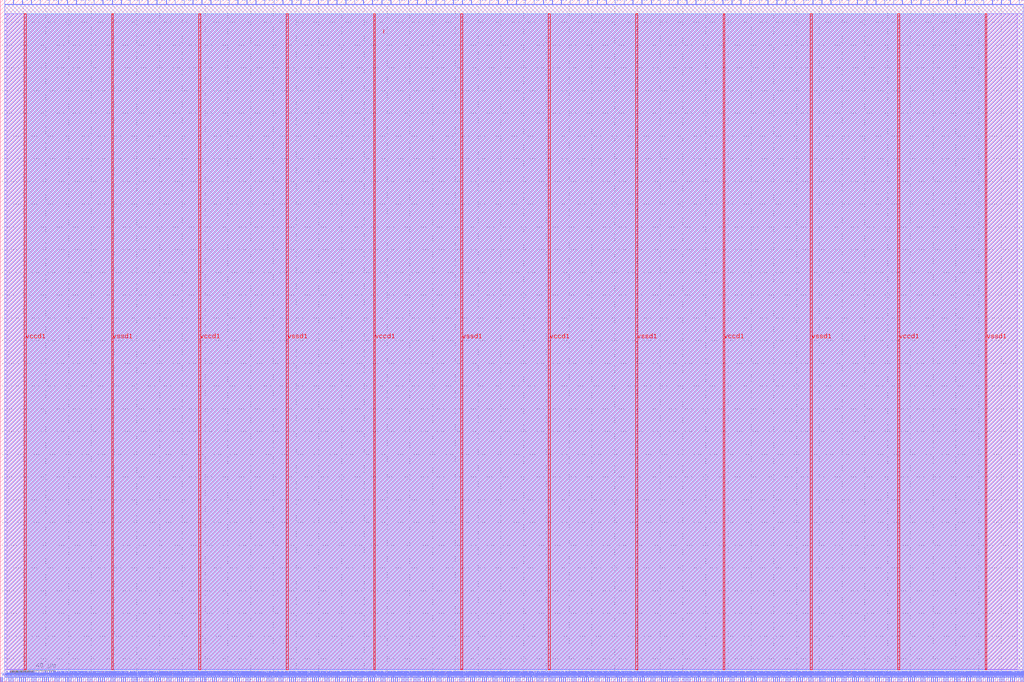
<source format=lef>
VERSION 5.7 ;
  NOWIREEXTENSIONATPIN ON ;
  DIVIDERCHAR "/" ;
  BUSBITCHARS "[]" ;
MACRO user_proj_example
  CLASS BLOCK ;
  FOREIGN user_proj_example ;
  ORIGIN 0.000 0.000 ;
  SIZE 900.000 BY 600.000 ;
  PIN io_in[0]
    DIRECTION INPUT ;
    USE SIGNAL ;
    PORT
      LAYER met2 ;
        RECT 3.770 596.000 4.050 600.000 ;
    END
  END io_in[0]
  PIN io_in[10]
    DIRECTION INPUT ;
    USE SIGNAL ;
    PORT
      LAYER met2 ;
        RECT 240.670 596.000 240.950 600.000 ;
    END
  END io_in[10]
  PIN io_in[11]
    DIRECTION INPUT ;
    USE SIGNAL ;
    PORT
      LAYER met2 ;
        RECT 264.130 596.000 264.410 600.000 ;
    END
  END io_in[11]
  PIN io_in[12]
    DIRECTION INPUT ;
    USE SIGNAL ;
    PORT
      LAYER met2 ;
        RECT 288.050 596.000 288.330 600.000 ;
    END
  END io_in[12]
  PIN io_in[13]
    DIRECTION INPUT ;
    USE SIGNAL ;
    PORT
      LAYER met2 ;
        RECT 311.510 596.000 311.790 600.000 ;
    END
  END io_in[13]
  PIN io_in[14]
    DIRECTION INPUT ;
    USE SIGNAL ;
    PORT
      LAYER met2 ;
        RECT 335.430 596.000 335.710 600.000 ;
    END
  END io_in[14]
  PIN io_in[15]
    DIRECTION INPUT ;
    USE SIGNAL ;
    PORT
      LAYER met2 ;
        RECT 358.890 596.000 359.170 600.000 ;
    END
  END io_in[15]
  PIN io_in[16]
    DIRECTION INPUT ;
    USE SIGNAL ;
    PORT
      LAYER met2 ;
        RECT 382.810 596.000 383.090 600.000 ;
    END
  END io_in[16]
  PIN io_in[17]
    DIRECTION INPUT ;
    USE SIGNAL ;
    PORT
      LAYER met2 ;
        RECT 406.270 596.000 406.550 600.000 ;
    END
  END io_in[17]
  PIN io_in[18]
    DIRECTION INPUT ;
    USE SIGNAL ;
    PORT
      LAYER met2 ;
        RECT 430.190 596.000 430.470 600.000 ;
    END
  END io_in[18]
  PIN io_in[19]
    DIRECTION INPUT ;
    USE SIGNAL ;
    PORT
      LAYER met2 ;
        RECT 453.650 596.000 453.930 600.000 ;
    END
  END io_in[19]
  PIN io_in[1]
    DIRECTION INPUT ;
    USE SIGNAL ;
    PORT
      LAYER met2 ;
        RECT 27.230 596.000 27.510 600.000 ;
    END
  END io_in[1]
  PIN io_in[20]
    DIRECTION INPUT ;
    USE SIGNAL ;
    PORT
      LAYER met2 ;
        RECT 477.570 596.000 477.850 600.000 ;
    END
  END io_in[20]
  PIN io_in[21]
    DIRECTION INPUT ;
    USE SIGNAL ;
    PORT
      LAYER met2 ;
        RECT 501.030 596.000 501.310 600.000 ;
    END
  END io_in[21]
  PIN io_in[22]
    DIRECTION INPUT ;
    USE SIGNAL ;
    PORT
      LAYER met2 ;
        RECT 524.950 596.000 525.230 600.000 ;
    END
  END io_in[22]
  PIN io_in[23]
    DIRECTION INPUT ;
    USE SIGNAL ;
    PORT
      LAYER met2 ;
        RECT 548.410 596.000 548.690 600.000 ;
    END
  END io_in[23]
  PIN io_in[24]
    DIRECTION INPUT ;
    USE SIGNAL ;
    PORT
      LAYER met2 ;
        RECT 572.330 596.000 572.610 600.000 ;
    END
  END io_in[24]
  PIN io_in[25]
    DIRECTION INPUT ;
    USE SIGNAL ;
    PORT
      LAYER met2 ;
        RECT 595.790 596.000 596.070 600.000 ;
    END
  END io_in[25]
  PIN io_in[26]
    DIRECTION INPUT ;
    USE SIGNAL ;
    PORT
      LAYER met2 ;
        RECT 619.710 596.000 619.990 600.000 ;
    END
  END io_in[26]
  PIN io_in[27]
    DIRECTION INPUT ;
    USE SIGNAL ;
    PORT
      LAYER met2 ;
        RECT 643.170 596.000 643.450 600.000 ;
    END
  END io_in[27]
  PIN io_in[28]
    DIRECTION INPUT ;
    USE SIGNAL ;
    PORT
      LAYER met2 ;
        RECT 667.090 596.000 667.370 600.000 ;
    END
  END io_in[28]
  PIN io_in[29]
    DIRECTION INPUT ;
    USE SIGNAL ;
    PORT
      LAYER met2 ;
        RECT 690.550 596.000 690.830 600.000 ;
    END
  END io_in[29]
  PIN io_in[2]
    DIRECTION INPUT ;
    USE SIGNAL ;
    PORT
      LAYER met2 ;
        RECT 51.150 596.000 51.430 600.000 ;
    END
  END io_in[2]
  PIN io_in[30]
    DIRECTION INPUT ;
    USE SIGNAL ;
    PORT
      LAYER met2 ;
        RECT 714.470 596.000 714.750 600.000 ;
    END
  END io_in[30]
  PIN io_in[31]
    DIRECTION INPUT ;
    USE SIGNAL ;
    PORT
      LAYER met2 ;
        RECT 737.930 596.000 738.210 600.000 ;
    END
  END io_in[31]
  PIN io_in[32]
    DIRECTION INPUT ;
    USE SIGNAL ;
    PORT
      LAYER met2 ;
        RECT 761.850 596.000 762.130 600.000 ;
    END
  END io_in[32]
  PIN io_in[33]
    DIRECTION INPUT ;
    USE SIGNAL ;
    PORT
      LAYER met2 ;
        RECT 785.310 596.000 785.590 600.000 ;
    END
  END io_in[33]
  PIN io_in[34]
    DIRECTION INPUT ;
    USE SIGNAL ;
    PORT
      LAYER met2 ;
        RECT 809.230 596.000 809.510 600.000 ;
    END
  END io_in[34]
  PIN io_in[35]
    DIRECTION INPUT ;
    USE SIGNAL ;
    PORT
      LAYER met2 ;
        RECT 832.690 596.000 832.970 600.000 ;
    END
  END io_in[35]
  PIN io_in[36]
    DIRECTION INPUT ;
    USE SIGNAL ;
    PORT
      LAYER met2 ;
        RECT 856.610 596.000 856.890 600.000 ;
    END
  END io_in[36]
  PIN io_in[37]
    DIRECTION INPUT ;
    USE SIGNAL ;
    PORT
      LAYER met2 ;
        RECT 880.070 596.000 880.350 600.000 ;
    END
  END io_in[37]
  PIN io_in[3]
    DIRECTION INPUT ;
    USE SIGNAL ;
    PORT
      LAYER met2 ;
        RECT 74.610 596.000 74.890 600.000 ;
    END
  END io_in[3]
  PIN io_in[4]
    DIRECTION INPUT ;
    USE SIGNAL ;
    PORT
      LAYER met2 ;
        RECT 98.530 596.000 98.810 600.000 ;
    END
  END io_in[4]
  PIN io_in[5]
    DIRECTION INPUT ;
    USE SIGNAL ;
    PORT
      LAYER met2 ;
        RECT 121.990 596.000 122.270 600.000 ;
    END
  END io_in[5]
  PIN io_in[6]
    DIRECTION INPUT ;
    USE SIGNAL ;
    PORT
      LAYER met2 ;
        RECT 145.910 596.000 146.190 600.000 ;
    END
  END io_in[6]
  PIN io_in[7]
    DIRECTION INPUT ;
    USE SIGNAL ;
    PORT
      LAYER met2 ;
        RECT 169.370 596.000 169.650 600.000 ;
    END
  END io_in[7]
  PIN io_in[8]
    DIRECTION INPUT ;
    USE SIGNAL ;
    PORT
      LAYER met2 ;
        RECT 193.290 596.000 193.570 600.000 ;
    END
  END io_in[8]
  PIN io_in[9]
    DIRECTION INPUT ;
    USE SIGNAL ;
    PORT
      LAYER met2 ;
        RECT 216.750 596.000 217.030 600.000 ;
    END
  END io_in[9]
  PIN io_oeb[0]
    DIRECTION OUTPUT TRISTATE ;
    USE SIGNAL ;
    PORT
      LAYER met2 ;
        RECT 11.590 596.000 11.870 600.000 ;
    END
  END io_oeb[0]
  PIN io_oeb[10]
    DIRECTION OUTPUT TRISTATE ;
    USE SIGNAL ;
    PORT
      LAYER met2 ;
        RECT 248.490 596.000 248.770 600.000 ;
    END
  END io_oeb[10]
  PIN io_oeb[11]
    DIRECTION OUTPUT TRISTATE ;
    USE SIGNAL ;
    PORT
      LAYER met2 ;
        RECT 271.950 596.000 272.230 600.000 ;
    END
  END io_oeb[11]
  PIN io_oeb[12]
    DIRECTION OUTPUT TRISTATE ;
    USE SIGNAL ;
    PORT
      LAYER met2 ;
        RECT 295.870 596.000 296.150 600.000 ;
    END
  END io_oeb[12]
  PIN io_oeb[13]
    DIRECTION OUTPUT TRISTATE ;
    USE SIGNAL ;
    PORT
      LAYER met2 ;
        RECT 319.330 596.000 319.610 600.000 ;
    END
  END io_oeb[13]
  PIN io_oeb[14]
    DIRECTION OUTPUT TRISTATE ;
    USE SIGNAL ;
    PORT
      LAYER met2 ;
        RECT 343.250 596.000 343.530 600.000 ;
    END
  END io_oeb[14]
  PIN io_oeb[15]
    DIRECTION OUTPUT TRISTATE ;
    USE SIGNAL ;
    PORT
      LAYER met2 ;
        RECT 366.710 596.000 366.990 600.000 ;
    END
  END io_oeb[15]
  PIN io_oeb[16]
    DIRECTION OUTPUT TRISTATE ;
    USE SIGNAL ;
    PORT
      LAYER met2 ;
        RECT 390.630 596.000 390.910 600.000 ;
    END
  END io_oeb[16]
  PIN io_oeb[17]
    DIRECTION OUTPUT TRISTATE ;
    USE SIGNAL ;
    PORT
      LAYER met2 ;
        RECT 414.090 596.000 414.370 600.000 ;
    END
  END io_oeb[17]
  PIN io_oeb[18]
    DIRECTION OUTPUT TRISTATE ;
    USE SIGNAL ;
    PORT
      LAYER met2 ;
        RECT 438.010 596.000 438.290 600.000 ;
    END
  END io_oeb[18]
  PIN io_oeb[19]
    DIRECTION OUTPUT TRISTATE ;
    USE SIGNAL ;
    PORT
      LAYER met2 ;
        RECT 461.470 596.000 461.750 600.000 ;
    END
  END io_oeb[19]
  PIN io_oeb[1]
    DIRECTION OUTPUT TRISTATE ;
    USE SIGNAL ;
    PORT
      LAYER met2 ;
        RECT 35.050 596.000 35.330 600.000 ;
    END
  END io_oeb[1]
  PIN io_oeb[20]
    DIRECTION OUTPUT TRISTATE ;
    USE SIGNAL ;
    PORT
      LAYER met2 ;
        RECT 485.390 596.000 485.670 600.000 ;
    END
  END io_oeb[20]
  PIN io_oeb[21]
    DIRECTION OUTPUT TRISTATE ;
    USE SIGNAL ;
    PORT
      LAYER met2 ;
        RECT 508.850 596.000 509.130 600.000 ;
    END
  END io_oeb[21]
  PIN io_oeb[22]
    DIRECTION OUTPUT TRISTATE ;
    USE SIGNAL ;
    PORT
      LAYER met2 ;
        RECT 532.770 596.000 533.050 600.000 ;
    END
  END io_oeb[22]
  PIN io_oeb[23]
    DIRECTION OUTPUT TRISTATE ;
    USE SIGNAL ;
    PORT
      LAYER met2 ;
        RECT 556.230 596.000 556.510 600.000 ;
    END
  END io_oeb[23]
  PIN io_oeb[24]
    DIRECTION OUTPUT TRISTATE ;
    USE SIGNAL ;
    PORT
      LAYER met2 ;
        RECT 580.150 596.000 580.430 600.000 ;
    END
  END io_oeb[24]
  PIN io_oeb[25]
    DIRECTION OUTPUT TRISTATE ;
    USE SIGNAL ;
    PORT
      LAYER met2 ;
        RECT 603.610 596.000 603.890 600.000 ;
    END
  END io_oeb[25]
  PIN io_oeb[26]
    DIRECTION OUTPUT TRISTATE ;
    USE SIGNAL ;
    PORT
      LAYER met2 ;
        RECT 627.530 596.000 627.810 600.000 ;
    END
  END io_oeb[26]
  PIN io_oeb[27]
    DIRECTION OUTPUT TRISTATE ;
    USE SIGNAL ;
    PORT
      LAYER met2 ;
        RECT 650.990 596.000 651.270 600.000 ;
    END
  END io_oeb[27]
  PIN io_oeb[28]
    DIRECTION OUTPUT TRISTATE ;
    USE SIGNAL ;
    PORT
      LAYER met2 ;
        RECT 674.910 596.000 675.190 600.000 ;
    END
  END io_oeb[28]
  PIN io_oeb[29]
    DIRECTION OUTPUT TRISTATE ;
    USE SIGNAL ;
    PORT
      LAYER met2 ;
        RECT 698.370 596.000 698.650 600.000 ;
    END
  END io_oeb[29]
  PIN io_oeb[2]
    DIRECTION OUTPUT TRISTATE ;
    USE SIGNAL ;
    PORT
      LAYER met2 ;
        RECT 58.970 596.000 59.250 600.000 ;
    END
  END io_oeb[2]
  PIN io_oeb[30]
    DIRECTION OUTPUT TRISTATE ;
    USE SIGNAL ;
    PORT
      LAYER met2 ;
        RECT 722.290 596.000 722.570 600.000 ;
    END
  END io_oeb[30]
  PIN io_oeb[31]
    DIRECTION OUTPUT TRISTATE ;
    USE SIGNAL ;
    PORT
      LAYER met2 ;
        RECT 745.750 596.000 746.030 600.000 ;
    END
  END io_oeb[31]
  PIN io_oeb[32]
    DIRECTION OUTPUT TRISTATE ;
    USE SIGNAL ;
    PORT
      LAYER met2 ;
        RECT 769.670 596.000 769.950 600.000 ;
    END
  END io_oeb[32]
  PIN io_oeb[33]
    DIRECTION OUTPUT TRISTATE ;
    USE SIGNAL ;
    PORT
      LAYER met2 ;
        RECT 793.130 596.000 793.410 600.000 ;
    END
  END io_oeb[33]
  PIN io_oeb[34]
    DIRECTION OUTPUT TRISTATE ;
    USE SIGNAL ;
    PORT
      LAYER met2 ;
        RECT 817.050 596.000 817.330 600.000 ;
    END
  END io_oeb[34]
  PIN io_oeb[35]
    DIRECTION OUTPUT TRISTATE ;
    USE SIGNAL ;
    PORT
      LAYER met2 ;
        RECT 840.510 596.000 840.790 600.000 ;
    END
  END io_oeb[35]
  PIN io_oeb[36]
    DIRECTION OUTPUT TRISTATE ;
    USE SIGNAL ;
    PORT
      LAYER met2 ;
        RECT 864.430 596.000 864.710 600.000 ;
    END
  END io_oeb[36]
  PIN io_oeb[37]
    DIRECTION OUTPUT TRISTATE ;
    USE SIGNAL ;
    PORT
      LAYER met2 ;
        RECT 887.890 596.000 888.170 600.000 ;
    END
  END io_oeb[37]
  PIN io_oeb[3]
    DIRECTION OUTPUT TRISTATE ;
    USE SIGNAL ;
    PORT
      LAYER met2 ;
        RECT 82.430 596.000 82.710 600.000 ;
    END
  END io_oeb[3]
  PIN io_oeb[4]
    DIRECTION OUTPUT TRISTATE ;
    USE SIGNAL ;
    PORT
      LAYER met2 ;
        RECT 106.350 596.000 106.630 600.000 ;
    END
  END io_oeb[4]
  PIN io_oeb[5]
    DIRECTION OUTPUT TRISTATE ;
    USE SIGNAL ;
    PORT
      LAYER met2 ;
        RECT 129.810 596.000 130.090 600.000 ;
    END
  END io_oeb[5]
  PIN io_oeb[6]
    DIRECTION OUTPUT TRISTATE ;
    USE SIGNAL ;
    PORT
      LAYER met2 ;
        RECT 153.730 596.000 154.010 600.000 ;
    END
  END io_oeb[6]
  PIN io_oeb[7]
    DIRECTION OUTPUT TRISTATE ;
    USE SIGNAL ;
    PORT
      LAYER met2 ;
        RECT 177.190 596.000 177.470 600.000 ;
    END
  END io_oeb[7]
  PIN io_oeb[8]
    DIRECTION OUTPUT TRISTATE ;
    USE SIGNAL ;
    PORT
      LAYER met2 ;
        RECT 201.110 596.000 201.390 600.000 ;
    END
  END io_oeb[8]
  PIN io_oeb[9]
    DIRECTION OUTPUT TRISTATE ;
    USE SIGNAL ;
    PORT
      LAYER met2 ;
        RECT 224.570 596.000 224.850 600.000 ;
    END
  END io_oeb[9]
  PIN io_out[0]
    DIRECTION OUTPUT TRISTATE ;
    USE SIGNAL ;
    PORT
      LAYER met2 ;
        RECT 19.410 596.000 19.690 600.000 ;
    END
  END io_out[0]
  PIN io_out[10]
    DIRECTION OUTPUT TRISTATE ;
    USE SIGNAL ;
    PORT
      LAYER met2 ;
        RECT 256.310 596.000 256.590 600.000 ;
    END
  END io_out[10]
  PIN io_out[11]
    DIRECTION OUTPUT TRISTATE ;
    USE SIGNAL ;
    PORT
      LAYER met2 ;
        RECT 279.770 596.000 280.050 600.000 ;
    END
  END io_out[11]
  PIN io_out[12]
    DIRECTION OUTPUT TRISTATE ;
    USE SIGNAL ;
    PORT
      LAYER met2 ;
        RECT 303.690 596.000 303.970 600.000 ;
    END
  END io_out[12]
  PIN io_out[13]
    DIRECTION OUTPUT TRISTATE ;
    USE SIGNAL ;
    PORT
      LAYER met2 ;
        RECT 327.150 596.000 327.430 600.000 ;
    END
  END io_out[13]
  PIN io_out[14]
    DIRECTION OUTPUT TRISTATE ;
    USE SIGNAL ;
    PORT
      LAYER met2 ;
        RECT 351.070 596.000 351.350 600.000 ;
    END
  END io_out[14]
  PIN io_out[15]
    DIRECTION OUTPUT TRISTATE ;
    USE SIGNAL ;
    PORT
      LAYER met2 ;
        RECT 374.530 596.000 374.810 600.000 ;
    END
  END io_out[15]
  PIN io_out[16]
    DIRECTION OUTPUT TRISTATE ;
    USE SIGNAL ;
    PORT
      LAYER met2 ;
        RECT 398.450 596.000 398.730 600.000 ;
    END
  END io_out[16]
  PIN io_out[17]
    DIRECTION OUTPUT TRISTATE ;
    USE SIGNAL ;
    PORT
      LAYER met2 ;
        RECT 421.910 596.000 422.190 600.000 ;
    END
  END io_out[17]
  PIN io_out[18]
    DIRECTION OUTPUT TRISTATE ;
    USE SIGNAL ;
    PORT
      LAYER met2 ;
        RECT 445.830 596.000 446.110 600.000 ;
    END
  END io_out[18]
  PIN io_out[19]
    DIRECTION OUTPUT TRISTATE ;
    USE SIGNAL ;
    PORT
      LAYER met2 ;
        RECT 469.290 596.000 469.570 600.000 ;
    END
  END io_out[19]
  PIN io_out[1]
    DIRECTION OUTPUT TRISTATE ;
    USE SIGNAL ;
    PORT
      LAYER met2 ;
        RECT 42.870 596.000 43.150 600.000 ;
    END
  END io_out[1]
  PIN io_out[20]
    DIRECTION OUTPUT TRISTATE ;
    USE SIGNAL ;
    PORT
      LAYER met2 ;
        RECT 493.210 596.000 493.490 600.000 ;
    END
  END io_out[20]
  PIN io_out[21]
    DIRECTION OUTPUT TRISTATE ;
    USE SIGNAL ;
    PORT
      LAYER met2 ;
        RECT 516.670 596.000 516.950 600.000 ;
    END
  END io_out[21]
  PIN io_out[22]
    DIRECTION OUTPUT TRISTATE ;
    USE SIGNAL ;
    PORT
      LAYER met2 ;
        RECT 540.590 596.000 540.870 600.000 ;
    END
  END io_out[22]
  PIN io_out[23]
    DIRECTION OUTPUT TRISTATE ;
    USE SIGNAL ;
    PORT
      LAYER met2 ;
        RECT 564.050 596.000 564.330 600.000 ;
    END
  END io_out[23]
  PIN io_out[24]
    DIRECTION OUTPUT TRISTATE ;
    USE SIGNAL ;
    PORT
      LAYER met2 ;
        RECT 587.970 596.000 588.250 600.000 ;
    END
  END io_out[24]
  PIN io_out[25]
    DIRECTION OUTPUT TRISTATE ;
    USE SIGNAL ;
    PORT
      LAYER met2 ;
        RECT 611.430 596.000 611.710 600.000 ;
    END
  END io_out[25]
  PIN io_out[26]
    DIRECTION OUTPUT TRISTATE ;
    USE SIGNAL ;
    PORT
      LAYER met2 ;
        RECT 635.350 596.000 635.630 600.000 ;
    END
  END io_out[26]
  PIN io_out[27]
    DIRECTION OUTPUT TRISTATE ;
    USE SIGNAL ;
    PORT
      LAYER met2 ;
        RECT 658.810 596.000 659.090 600.000 ;
    END
  END io_out[27]
  PIN io_out[28]
    DIRECTION OUTPUT TRISTATE ;
    USE SIGNAL ;
    PORT
      LAYER met2 ;
        RECT 682.730 596.000 683.010 600.000 ;
    END
  END io_out[28]
  PIN io_out[29]
    DIRECTION OUTPUT TRISTATE ;
    USE SIGNAL ;
    PORT
      LAYER met2 ;
        RECT 706.190 596.000 706.470 600.000 ;
    END
  END io_out[29]
  PIN io_out[2]
    DIRECTION OUTPUT TRISTATE ;
    USE SIGNAL ;
    PORT
      LAYER met2 ;
        RECT 66.790 596.000 67.070 600.000 ;
    END
  END io_out[2]
  PIN io_out[30]
    DIRECTION OUTPUT TRISTATE ;
    USE SIGNAL ;
    PORT
      LAYER met2 ;
        RECT 730.110 596.000 730.390 600.000 ;
    END
  END io_out[30]
  PIN io_out[31]
    DIRECTION OUTPUT TRISTATE ;
    USE SIGNAL ;
    PORT
      LAYER met2 ;
        RECT 753.570 596.000 753.850 600.000 ;
    END
  END io_out[31]
  PIN io_out[32]
    DIRECTION OUTPUT TRISTATE ;
    USE SIGNAL ;
    PORT
      LAYER met2 ;
        RECT 777.490 596.000 777.770 600.000 ;
    END
  END io_out[32]
  PIN io_out[33]
    DIRECTION OUTPUT TRISTATE ;
    USE SIGNAL ;
    PORT
      LAYER met2 ;
        RECT 800.950 596.000 801.230 600.000 ;
    END
  END io_out[33]
  PIN io_out[34]
    DIRECTION OUTPUT TRISTATE ;
    USE SIGNAL ;
    PORT
      LAYER met2 ;
        RECT 824.870 596.000 825.150 600.000 ;
    END
  END io_out[34]
  PIN io_out[35]
    DIRECTION OUTPUT TRISTATE ;
    USE SIGNAL ;
    PORT
      LAYER met2 ;
        RECT 848.330 596.000 848.610 600.000 ;
    END
  END io_out[35]
  PIN io_out[36]
    DIRECTION OUTPUT TRISTATE ;
    USE SIGNAL ;
    PORT
      LAYER met2 ;
        RECT 872.250 596.000 872.530 600.000 ;
    END
  END io_out[36]
  PIN io_out[37]
    DIRECTION OUTPUT TRISTATE ;
    USE SIGNAL ;
    PORT
      LAYER met2 ;
        RECT 895.710 596.000 895.990 600.000 ;
    END
  END io_out[37]
  PIN io_out[3]
    DIRECTION OUTPUT TRISTATE ;
    USE SIGNAL ;
    PORT
      LAYER met2 ;
        RECT 90.250 596.000 90.530 600.000 ;
    END
  END io_out[3]
  PIN io_out[4]
    DIRECTION OUTPUT TRISTATE ;
    USE SIGNAL ;
    PORT
      LAYER met2 ;
        RECT 114.170 596.000 114.450 600.000 ;
    END
  END io_out[4]
  PIN io_out[5]
    DIRECTION OUTPUT TRISTATE ;
    USE SIGNAL ;
    PORT
      LAYER met2 ;
        RECT 137.630 596.000 137.910 600.000 ;
    END
  END io_out[5]
  PIN io_out[6]
    DIRECTION OUTPUT TRISTATE ;
    USE SIGNAL ;
    PORT
      LAYER met2 ;
        RECT 161.550 596.000 161.830 600.000 ;
    END
  END io_out[6]
  PIN io_out[7]
    DIRECTION OUTPUT TRISTATE ;
    USE SIGNAL ;
    PORT
      LAYER met2 ;
        RECT 185.010 596.000 185.290 600.000 ;
    END
  END io_out[7]
  PIN io_out[8]
    DIRECTION OUTPUT TRISTATE ;
    USE SIGNAL ;
    PORT
      LAYER met2 ;
        RECT 208.930 596.000 209.210 600.000 ;
    END
  END io_out[8]
  PIN io_out[9]
    DIRECTION OUTPUT TRISTATE ;
    USE SIGNAL ;
    PORT
      LAYER met2 ;
        RECT 232.390 596.000 232.670 600.000 ;
    END
  END io_out[9]
  PIN irq[0]
    DIRECTION OUTPUT TRISTATE ;
    USE SIGNAL ;
    PORT
      LAYER met2 ;
        RECT 895.250 0.000 895.530 4.000 ;
    END
  END irq[0]
  PIN irq[1]
    DIRECTION OUTPUT TRISTATE ;
    USE SIGNAL ;
    PORT
      LAYER met2 ;
        RECT 897.090 0.000 897.370 4.000 ;
    END
  END irq[1]
  PIN irq[2]
    DIRECTION OUTPUT TRISTATE ;
    USE SIGNAL ;
    PORT
      LAYER met2 ;
        RECT 898.930 0.000 899.210 4.000 ;
    END
  END irq[2]
  PIN la_data_in[0]
    DIRECTION INPUT ;
    USE SIGNAL ;
    PORT
      LAYER met2 ;
        RECT 193.750 0.000 194.030 4.000 ;
    END
  END la_data_in[0]
  PIN la_data_in[100]
    DIRECTION INPUT ;
    USE SIGNAL ;
    PORT
      LAYER met2 ;
        RECT 741.610 0.000 741.890 4.000 ;
    END
  END la_data_in[100]
  PIN la_data_in[101]
    DIRECTION INPUT ;
    USE SIGNAL ;
    PORT
      LAYER met2 ;
        RECT 747.130 0.000 747.410 4.000 ;
    END
  END la_data_in[101]
  PIN la_data_in[102]
    DIRECTION INPUT ;
    USE SIGNAL ;
    PORT
      LAYER met2 ;
        RECT 752.650 0.000 752.930 4.000 ;
    END
  END la_data_in[102]
  PIN la_data_in[103]
    DIRECTION INPUT ;
    USE SIGNAL ;
    PORT
      LAYER met2 ;
        RECT 758.170 0.000 758.450 4.000 ;
    END
  END la_data_in[103]
  PIN la_data_in[104]
    DIRECTION INPUT ;
    USE SIGNAL ;
    PORT
      LAYER met2 ;
        RECT 763.690 0.000 763.970 4.000 ;
    END
  END la_data_in[104]
  PIN la_data_in[105]
    DIRECTION INPUT ;
    USE SIGNAL ;
    PORT
      LAYER met2 ;
        RECT 769.210 0.000 769.490 4.000 ;
    END
  END la_data_in[105]
  PIN la_data_in[106]
    DIRECTION INPUT ;
    USE SIGNAL ;
    PORT
      LAYER met2 ;
        RECT 774.730 0.000 775.010 4.000 ;
    END
  END la_data_in[106]
  PIN la_data_in[107]
    DIRECTION INPUT ;
    USE SIGNAL ;
    PORT
      LAYER met2 ;
        RECT 780.250 0.000 780.530 4.000 ;
    END
  END la_data_in[107]
  PIN la_data_in[108]
    DIRECTION INPUT ;
    USE SIGNAL ;
    PORT
      LAYER met2 ;
        RECT 785.310 0.000 785.590 4.000 ;
    END
  END la_data_in[108]
  PIN la_data_in[109]
    DIRECTION INPUT ;
    USE SIGNAL ;
    PORT
      LAYER met2 ;
        RECT 790.830 0.000 791.110 4.000 ;
    END
  END la_data_in[109]
  PIN la_data_in[10]
    DIRECTION INPUT ;
    USE SIGNAL ;
    PORT
      LAYER met2 ;
        RECT 248.490 0.000 248.770 4.000 ;
    END
  END la_data_in[10]
  PIN la_data_in[110]
    DIRECTION INPUT ;
    USE SIGNAL ;
    PORT
      LAYER met2 ;
        RECT 796.350 0.000 796.630 4.000 ;
    END
  END la_data_in[110]
  PIN la_data_in[111]
    DIRECTION INPUT ;
    USE SIGNAL ;
    PORT
      LAYER met2 ;
        RECT 801.870 0.000 802.150 4.000 ;
    END
  END la_data_in[111]
  PIN la_data_in[112]
    DIRECTION INPUT ;
    USE SIGNAL ;
    PORT
      LAYER met2 ;
        RECT 807.390 0.000 807.670 4.000 ;
    END
  END la_data_in[112]
  PIN la_data_in[113]
    DIRECTION INPUT ;
    USE SIGNAL ;
    PORT
      LAYER met2 ;
        RECT 812.910 0.000 813.190 4.000 ;
    END
  END la_data_in[113]
  PIN la_data_in[114]
    DIRECTION INPUT ;
    USE SIGNAL ;
    PORT
      LAYER met2 ;
        RECT 818.430 0.000 818.710 4.000 ;
    END
  END la_data_in[114]
  PIN la_data_in[115]
    DIRECTION INPUT ;
    USE SIGNAL ;
    PORT
      LAYER met2 ;
        RECT 823.950 0.000 824.230 4.000 ;
    END
  END la_data_in[115]
  PIN la_data_in[116]
    DIRECTION INPUT ;
    USE SIGNAL ;
    PORT
      LAYER met2 ;
        RECT 829.470 0.000 829.750 4.000 ;
    END
  END la_data_in[116]
  PIN la_data_in[117]
    DIRECTION INPUT ;
    USE SIGNAL ;
    PORT
      LAYER met2 ;
        RECT 834.990 0.000 835.270 4.000 ;
    END
  END la_data_in[117]
  PIN la_data_in[118]
    DIRECTION INPUT ;
    USE SIGNAL ;
    PORT
      LAYER met2 ;
        RECT 840.510 0.000 840.790 4.000 ;
    END
  END la_data_in[118]
  PIN la_data_in[119]
    DIRECTION INPUT ;
    USE SIGNAL ;
    PORT
      LAYER met2 ;
        RECT 845.570 0.000 845.850 4.000 ;
    END
  END la_data_in[119]
  PIN la_data_in[11]
    DIRECTION INPUT ;
    USE SIGNAL ;
    PORT
      LAYER met2 ;
        RECT 254.010 0.000 254.290 4.000 ;
    END
  END la_data_in[11]
  PIN la_data_in[120]
    DIRECTION INPUT ;
    USE SIGNAL ;
    PORT
      LAYER met2 ;
        RECT 851.090 0.000 851.370 4.000 ;
    END
  END la_data_in[120]
  PIN la_data_in[121]
    DIRECTION INPUT ;
    USE SIGNAL ;
    PORT
      LAYER met2 ;
        RECT 856.610 0.000 856.890 4.000 ;
    END
  END la_data_in[121]
  PIN la_data_in[122]
    DIRECTION INPUT ;
    USE SIGNAL ;
    PORT
      LAYER met2 ;
        RECT 862.130 0.000 862.410 4.000 ;
    END
  END la_data_in[122]
  PIN la_data_in[123]
    DIRECTION INPUT ;
    USE SIGNAL ;
    PORT
      LAYER met2 ;
        RECT 867.650 0.000 867.930 4.000 ;
    END
  END la_data_in[123]
  PIN la_data_in[124]
    DIRECTION INPUT ;
    USE SIGNAL ;
    PORT
      LAYER met2 ;
        RECT 873.170 0.000 873.450 4.000 ;
    END
  END la_data_in[124]
  PIN la_data_in[125]
    DIRECTION INPUT ;
    USE SIGNAL ;
    PORT
      LAYER met2 ;
        RECT 878.690 0.000 878.970 4.000 ;
    END
  END la_data_in[125]
  PIN la_data_in[126]
    DIRECTION INPUT ;
    USE SIGNAL ;
    PORT
      LAYER met2 ;
        RECT 884.210 0.000 884.490 4.000 ;
    END
  END la_data_in[126]
  PIN la_data_in[127]
    DIRECTION INPUT ;
    USE SIGNAL ;
    PORT
      LAYER met2 ;
        RECT 889.730 0.000 890.010 4.000 ;
    END
  END la_data_in[127]
  PIN la_data_in[12]
    DIRECTION INPUT ;
    USE SIGNAL ;
    PORT
      LAYER met2 ;
        RECT 259.530 0.000 259.810 4.000 ;
    END
  END la_data_in[12]
  PIN la_data_in[13]
    DIRECTION INPUT ;
    USE SIGNAL ;
    PORT
      LAYER met2 ;
        RECT 265.050 0.000 265.330 4.000 ;
    END
  END la_data_in[13]
  PIN la_data_in[14]
    DIRECTION INPUT ;
    USE SIGNAL ;
    PORT
      LAYER met2 ;
        RECT 270.570 0.000 270.850 4.000 ;
    END
  END la_data_in[14]
  PIN la_data_in[15]
    DIRECTION INPUT ;
    USE SIGNAL ;
    PORT
      LAYER met2 ;
        RECT 276.090 0.000 276.370 4.000 ;
    END
  END la_data_in[15]
  PIN la_data_in[16]
    DIRECTION INPUT ;
    USE SIGNAL ;
    PORT
      LAYER met2 ;
        RECT 281.610 0.000 281.890 4.000 ;
    END
  END la_data_in[16]
  PIN la_data_in[17]
    DIRECTION INPUT ;
    USE SIGNAL ;
    PORT
      LAYER met2 ;
        RECT 287.130 0.000 287.410 4.000 ;
    END
  END la_data_in[17]
  PIN la_data_in[18]
    DIRECTION INPUT ;
    USE SIGNAL ;
    PORT
      LAYER met2 ;
        RECT 292.650 0.000 292.930 4.000 ;
    END
  END la_data_in[18]
  PIN la_data_in[19]
    DIRECTION INPUT ;
    USE SIGNAL ;
    PORT
      LAYER met2 ;
        RECT 298.170 0.000 298.450 4.000 ;
    END
  END la_data_in[19]
  PIN la_data_in[1]
    DIRECTION INPUT ;
    USE SIGNAL ;
    PORT
      LAYER met2 ;
        RECT 199.270 0.000 199.550 4.000 ;
    END
  END la_data_in[1]
  PIN la_data_in[20]
    DIRECTION INPUT ;
    USE SIGNAL ;
    PORT
      LAYER met2 ;
        RECT 303.230 0.000 303.510 4.000 ;
    END
  END la_data_in[20]
  PIN la_data_in[21]
    DIRECTION INPUT ;
    USE SIGNAL ;
    PORT
      LAYER met2 ;
        RECT 308.750 0.000 309.030 4.000 ;
    END
  END la_data_in[21]
  PIN la_data_in[22]
    DIRECTION INPUT ;
    USE SIGNAL ;
    PORT
      LAYER met2 ;
        RECT 314.270 0.000 314.550 4.000 ;
    END
  END la_data_in[22]
  PIN la_data_in[23]
    DIRECTION INPUT ;
    USE SIGNAL ;
    PORT
      LAYER met2 ;
        RECT 319.790 0.000 320.070 4.000 ;
    END
  END la_data_in[23]
  PIN la_data_in[24]
    DIRECTION INPUT ;
    USE SIGNAL ;
    PORT
      LAYER met2 ;
        RECT 325.310 0.000 325.590 4.000 ;
    END
  END la_data_in[24]
  PIN la_data_in[25]
    DIRECTION INPUT ;
    USE SIGNAL ;
    PORT
      LAYER met2 ;
        RECT 330.830 0.000 331.110 4.000 ;
    END
  END la_data_in[25]
  PIN la_data_in[26]
    DIRECTION INPUT ;
    USE SIGNAL ;
    PORT
      LAYER met2 ;
        RECT 336.350 0.000 336.630 4.000 ;
    END
  END la_data_in[26]
  PIN la_data_in[27]
    DIRECTION INPUT ;
    USE SIGNAL ;
    PORT
      LAYER met2 ;
        RECT 341.870 0.000 342.150 4.000 ;
    END
  END la_data_in[27]
  PIN la_data_in[28]
    DIRECTION INPUT ;
    USE SIGNAL ;
    PORT
      LAYER met2 ;
        RECT 347.390 0.000 347.670 4.000 ;
    END
  END la_data_in[28]
  PIN la_data_in[29]
    DIRECTION INPUT ;
    USE SIGNAL ;
    PORT
      LAYER met2 ;
        RECT 352.910 0.000 353.190 4.000 ;
    END
  END la_data_in[29]
  PIN la_data_in[2]
    DIRECTION INPUT ;
    USE SIGNAL ;
    PORT
      LAYER met2 ;
        RECT 204.790 0.000 205.070 4.000 ;
    END
  END la_data_in[2]
  PIN la_data_in[30]
    DIRECTION INPUT ;
    USE SIGNAL ;
    PORT
      LAYER met2 ;
        RECT 358.430 0.000 358.710 4.000 ;
    END
  END la_data_in[30]
  PIN la_data_in[31]
    DIRECTION INPUT ;
    USE SIGNAL ;
    PORT
      LAYER met2 ;
        RECT 363.490 0.000 363.770 4.000 ;
    END
  END la_data_in[31]
  PIN la_data_in[32]
    DIRECTION INPUT ;
    USE SIGNAL ;
    PORT
      LAYER met2 ;
        RECT 369.010 0.000 369.290 4.000 ;
    END
  END la_data_in[32]
  PIN la_data_in[33]
    DIRECTION INPUT ;
    USE SIGNAL ;
    PORT
      LAYER met2 ;
        RECT 374.530 0.000 374.810 4.000 ;
    END
  END la_data_in[33]
  PIN la_data_in[34]
    DIRECTION INPUT ;
    USE SIGNAL ;
    PORT
      LAYER met2 ;
        RECT 380.050 0.000 380.330 4.000 ;
    END
  END la_data_in[34]
  PIN la_data_in[35]
    DIRECTION INPUT ;
    USE SIGNAL ;
    PORT
      LAYER met2 ;
        RECT 385.570 0.000 385.850 4.000 ;
    END
  END la_data_in[35]
  PIN la_data_in[36]
    DIRECTION INPUT ;
    USE SIGNAL ;
    PORT
      LAYER met2 ;
        RECT 391.090 0.000 391.370 4.000 ;
    END
  END la_data_in[36]
  PIN la_data_in[37]
    DIRECTION INPUT ;
    USE SIGNAL ;
    PORT
      LAYER met2 ;
        RECT 396.610 0.000 396.890 4.000 ;
    END
  END la_data_in[37]
  PIN la_data_in[38]
    DIRECTION INPUT ;
    USE SIGNAL ;
    PORT
      LAYER met2 ;
        RECT 402.130 0.000 402.410 4.000 ;
    END
  END la_data_in[38]
  PIN la_data_in[39]
    DIRECTION INPUT ;
    USE SIGNAL ;
    PORT
      LAYER met2 ;
        RECT 407.650 0.000 407.930 4.000 ;
    END
  END la_data_in[39]
  PIN la_data_in[3]
    DIRECTION INPUT ;
    USE SIGNAL ;
    PORT
      LAYER met2 ;
        RECT 210.310 0.000 210.590 4.000 ;
    END
  END la_data_in[3]
  PIN la_data_in[40]
    DIRECTION INPUT ;
    USE SIGNAL ;
    PORT
      LAYER met2 ;
        RECT 413.170 0.000 413.450 4.000 ;
    END
  END la_data_in[40]
  PIN la_data_in[41]
    DIRECTION INPUT ;
    USE SIGNAL ;
    PORT
      LAYER met2 ;
        RECT 418.690 0.000 418.970 4.000 ;
    END
  END la_data_in[41]
  PIN la_data_in[42]
    DIRECTION INPUT ;
    USE SIGNAL ;
    PORT
      LAYER met2 ;
        RECT 423.750 0.000 424.030 4.000 ;
    END
  END la_data_in[42]
  PIN la_data_in[43]
    DIRECTION INPUT ;
    USE SIGNAL ;
    PORT
      LAYER met2 ;
        RECT 429.270 0.000 429.550 4.000 ;
    END
  END la_data_in[43]
  PIN la_data_in[44]
    DIRECTION INPUT ;
    USE SIGNAL ;
    PORT
      LAYER met2 ;
        RECT 434.790 0.000 435.070 4.000 ;
    END
  END la_data_in[44]
  PIN la_data_in[45]
    DIRECTION INPUT ;
    USE SIGNAL ;
    PORT
      LAYER met2 ;
        RECT 440.310 0.000 440.590 4.000 ;
    END
  END la_data_in[45]
  PIN la_data_in[46]
    DIRECTION INPUT ;
    USE SIGNAL ;
    PORT
      LAYER met2 ;
        RECT 445.830 0.000 446.110 4.000 ;
    END
  END la_data_in[46]
  PIN la_data_in[47]
    DIRECTION INPUT ;
    USE SIGNAL ;
    PORT
      LAYER met2 ;
        RECT 451.350 0.000 451.630 4.000 ;
    END
  END la_data_in[47]
  PIN la_data_in[48]
    DIRECTION INPUT ;
    USE SIGNAL ;
    PORT
      LAYER met2 ;
        RECT 456.870 0.000 457.150 4.000 ;
    END
  END la_data_in[48]
  PIN la_data_in[49]
    DIRECTION INPUT ;
    USE SIGNAL ;
    PORT
      LAYER met2 ;
        RECT 462.390 0.000 462.670 4.000 ;
    END
  END la_data_in[49]
  PIN la_data_in[4]
    DIRECTION INPUT ;
    USE SIGNAL ;
    PORT
      LAYER met2 ;
        RECT 215.830 0.000 216.110 4.000 ;
    END
  END la_data_in[4]
  PIN la_data_in[50]
    DIRECTION INPUT ;
    USE SIGNAL ;
    PORT
      LAYER met2 ;
        RECT 467.910 0.000 468.190 4.000 ;
    END
  END la_data_in[50]
  PIN la_data_in[51]
    DIRECTION INPUT ;
    USE SIGNAL ;
    PORT
      LAYER met2 ;
        RECT 473.430 0.000 473.710 4.000 ;
    END
  END la_data_in[51]
  PIN la_data_in[52]
    DIRECTION INPUT ;
    USE SIGNAL ;
    PORT
      LAYER met2 ;
        RECT 478.950 0.000 479.230 4.000 ;
    END
  END la_data_in[52]
  PIN la_data_in[53]
    DIRECTION INPUT ;
    USE SIGNAL ;
    PORT
      LAYER met2 ;
        RECT 484.010 0.000 484.290 4.000 ;
    END
  END la_data_in[53]
  PIN la_data_in[54]
    DIRECTION INPUT ;
    USE SIGNAL ;
    PORT
      LAYER met2 ;
        RECT 489.530 0.000 489.810 4.000 ;
    END
  END la_data_in[54]
  PIN la_data_in[55]
    DIRECTION INPUT ;
    USE SIGNAL ;
    PORT
      LAYER met2 ;
        RECT 495.050 0.000 495.330 4.000 ;
    END
  END la_data_in[55]
  PIN la_data_in[56]
    DIRECTION INPUT ;
    USE SIGNAL ;
    PORT
      LAYER met2 ;
        RECT 500.570 0.000 500.850 4.000 ;
    END
  END la_data_in[56]
  PIN la_data_in[57]
    DIRECTION INPUT ;
    USE SIGNAL ;
    PORT
      LAYER met2 ;
        RECT 506.090 0.000 506.370 4.000 ;
    END
  END la_data_in[57]
  PIN la_data_in[58]
    DIRECTION INPUT ;
    USE SIGNAL ;
    PORT
      LAYER met2 ;
        RECT 511.610 0.000 511.890 4.000 ;
    END
  END la_data_in[58]
  PIN la_data_in[59]
    DIRECTION INPUT ;
    USE SIGNAL ;
    PORT
      LAYER met2 ;
        RECT 517.130 0.000 517.410 4.000 ;
    END
  END la_data_in[59]
  PIN la_data_in[5]
    DIRECTION INPUT ;
    USE SIGNAL ;
    PORT
      LAYER met2 ;
        RECT 221.350 0.000 221.630 4.000 ;
    END
  END la_data_in[5]
  PIN la_data_in[60]
    DIRECTION INPUT ;
    USE SIGNAL ;
    PORT
      LAYER met2 ;
        RECT 522.650 0.000 522.930 4.000 ;
    END
  END la_data_in[60]
  PIN la_data_in[61]
    DIRECTION INPUT ;
    USE SIGNAL ;
    PORT
      LAYER met2 ;
        RECT 528.170 0.000 528.450 4.000 ;
    END
  END la_data_in[61]
  PIN la_data_in[62]
    DIRECTION INPUT ;
    USE SIGNAL ;
    PORT
      LAYER met2 ;
        RECT 533.690 0.000 533.970 4.000 ;
    END
  END la_data_in[62]
  PIN la_data_in[63]
    DIRECTION INPUT ;
    USE SIGNAL ;
    PORT
      LAYER met2 ;
        RECT 539.210 0.000 539.490 4.000 ;
    END
  END la_data_in[63]
  PIN la_data_in[64]
    DIRECTION INPUT ;
    USE SIGNAL ;
    PORT
      LAYER met2 ;
        RECT 544.270 0.000 544.550 4.000 ;
    END
  END la_data_in[64]
  PIN la_data_in[65]
    DIRECTION INPUT ;
    USE SIGNAL ;
    PORT
      LAYER met2 ;
        RECT 549.790 0.000 550.070 4.000 ;
    END
  END la_data_in[65]
  PIN la_data_in[66]
    DIRECTION INPUT ;
    USE SIGNAL ;
    PORT
      LAYER met2 ;
        RECT 555.310 0.000 555.590 4.000 ;
    END
  END la_data_in[66]
  PIN la_data_in[67]
    DIRECTION INPUT ;
    USE SIGNAL ;
    PORT
      LAYER met2 ;
        RECT 560.830 0.000 561.110 4.000 ;
    END
  END la_data_in[67]
  PIN la_data_in[68]
    DIRECTION INPUT ;
    USE SIGNAL ;
    PORT
      LAYER met2 ;
        RECT 566.350 0.000 566.630 4.000 ;
    END
  END la_data_in[68]
  PIN la_data_in[69]
    DIRECTION INPUT ;
    USE SIGNAL ;
    PORT
      LAYER met2 ;
        RECT 571.870 0.000 572.150 4.000 ;
    END
  END la_data_in[69]
  PIN la_data_in[6]
    DIRECTION INPUT ;
    USE SIGNAL ;
    PORT
      LAYER met2 ;
        RECT 226.870 0.000 227.150 4.000 ;
    END
  END la_data_in[6]
  PIN la_data_in[70]
    DIRECTION INPUT ;
    USE SIGNAL ;
    PORT
      LAYER met2 ;
        RECT 577.390 0.000 577.670 4.000 ;
    END
  END la_data_in[70]
  PIN la_data_in[71]
    DIRECTION INPUT ;
    USE SIGNAL ;
    PORT
      LAYER met2 ;
        RECT 582.910 0.000 583.190 4.000 ;
    END
  END la_data_in[71]
  PIN la_data_in[72]
    DIRECTION INPUT ;
    USE SIGNAL ;
    PORT
      LAYER met2 ;
        RECT 588.430 0.000 588.710 4.000 ;
    END
  END la_data_in[72]
  PIN la_data_in[73]
    DIRECTION INPUT ;
    USE SIGNAL ;
    PORT
      LAYER met2 ;
        RECT 593.950 0.000 594.230 4.000 ;
    END
  END la_data_in[73]
  PIN la_data_in[74]
    DIRECTION INPUT ;
    USE SIGNAL ;
    PORT
      LAYER met2 ;
        RECT 599.470 0.000 599.750 4.000 ;
    END
  END la_data_in[74]
  PIN la_data_in[75]
    DIRECTION INPUT ;
    USE SIGNAL ;
    PORT
      LAYER met2 ;
        RECT 604.530 0.000 604.810 4.000 ;
    END
  END la_data_in[75]
  PIN la_data_in[76]
    DIRECTION INPUT ;
    USE SIGNAL ;
    PORT
      LAYER met2 ;
        RECT 610.050 0.000 610.330 4.000 ;
    END
  END la_data_in[76]
  PIN la_data_in[77]
    DIRECTION INPUT ;
    USE SIGNAL ;
    PORT
      LAYER met2 ;
        RECT 615.570 0.000 615.850 4.000 ;
    END
  END la_data_in[77]
  PIN la_data_in[78]
    DIRECTION INPUT ;
    USE SIGNAL ;
    PORT
      LAYER met2 ;
        RECT 621.090 0.000 621.370 4.000 ;
    END
  END la_data_in[78]
  PIN la_data_in[79]
    DIRECTION INPUT ;
    USE SIGNAL ;
    PORT
      LAYER met2 ;
        RECT 626.610 0.000 626.890 4.000 ;
    END
  END la_data_in[79]
  PIN la_data_in[7]
    DIRECTION INPUT ;
    USE SIGNAL ;
    PORT
      LAYER met2 ;
        RECT 232.390 0.000 232.670 4.000 ;
    END
  END la_data_in[7]
  PIN la_data_in[80]
    DIRECTION INPUT ;
    USE SIGNAL ;
    PORT
      LAYER met2 ;
        RECT 632.130 0.000 632.410 4.000 ;
    END
  END la_data_in[80]
  PIN la_data_in[81]
    DIRECTION INPUT ;
    USE SIGNAL ;
    PORT
      LAYER met2 ;
        RECT 637.650 0.000 637.930 4.000 ;
    END
  END la_data_in[81]
  PIN la_data_in[82]
    DIRECTION INPUT ;
    USE SIGNAL ;
    PORT
      LAYER met2 ;
        RECT 643.170 0.000 643.450 4.000 ;
    END
  END la_data_in[82]
  PIN la_data_in[83]
    DIRECTION INPUT ;
    USE SIGNAL ;
    PORT
      LAYER met2 ;
        RECT 648.690 0.000 648.970 4.000 ;
    END
  END la_data_in[83]
  PIN la_data_in[84]
    DIRECTION INPUT ;
    USE SIGNAL ;
    PORT
      LAYER met2 ;
        RECT 654.210 0.000 654.490 4.000 ;
    END
  END la_data_in[84]
  PIN la_data_in[85]
    DIRECTION INPUT ;
    USE SIGNAL ;
    PORT
      LAYER met2 ;
        RECT 659.730 0.000 660.010 4.000 ;
    END
  END la_data_in[85]
  PIN la_data_in[86]
    DIRECTION INPUT ;
    USE SIGNAL ;
    PORT
      LAYER met2 ;
        RECT 664.790 0.000 665.070 4.000 ;
    END
  END la_data_in[86]
  PIN la_data_in[87]
    DIRECTION INPUT ;
    USE SIGNAL ;
    PORT
      LAYER met2 ;
        RECT 670.310 0.000 670.590 4.000 ;
    END
  END la_data_in[87]
  PIN la_data_in[88]
    DIRECTION INPUT ;
    USE SIGNAL ;
    PORT
      LAYER met2 ;
        RECT 675.830 0.000 676.110 4.000 ;
    END
  END la_data_in[88]
  PIN la_data_in[89]
    DIRECTION INPUT ;
    USE SIGNAL ;
    PORT
      LAYER met2 ;
        RECT 681.350 0.000 681.630 4.000 ;
    END
  END la_data_in[89]
  PIN la_data_in[8]
    DIRECTION INPUT ;
    USE SIGNAL ;
    PORT
      LAYER met2 ;
        RECT 237.910 0.000 238.190 4.000 ;
    END
  END la_data_in[8]
  PIN la_data_in[90]
    DIRECTION INPUT ;
    USE SIGNAL ;
    PORT
      LAYER met2 ;
        RECT 686.870 0.000 687.150 4.000 ;
    END
  END la_data_in[90]
  PIN la_data_in[91]
    DIRECTION INPUT ;
    USE SIGNAL ;
    PORT
      LAYER met2 ;
        RECT 692.390 0.000 692.670 4.000 ;
    END
  END la_data_in[91]
  PIN la_data_in[92]
    DIRECTION INPUT ;
    USE SIGNAL ;
    PORT
      LAYER met2 ;
        RECT 697.910 0.000 698.190 4.000 ;
    END
  END la_data_in[92]
  PIN la_data_in[93]
    DIRECTION INPUT ;
    USE SIGNAL ;
    PORT
      LAYER met2 ;
        RECT 703.430 0.000 703.710 4.000 ;
    END
  END la_data_in[93]
  PIN la_data_in[94]
    DIRECTION INPUT ;
    USE SIGNAL ;
    PORT
      LAYER met2 ;
        RECT 708.950 0.000 709.230 4.000 ;
    END
  END la_data_in[94]
  PIN la_data_in[95]
    DIRECTION INPUT ;
    USE SIGNAL ;
    PORT
      LAYER met2 ;
        RECT 714.470 0.000 714.750 4.000 ;
    END
  END la_data_in[95]
  PIN la_data_in[96]
    DIRECTION INPUT ;
    USE SIGNAL ;
    PORT
      LAYER met2 ;
        RECT 719.990 0.000 720.270 4.000 ;
    END
  END la_data_in[96]
  PIN la_data_in[97]
    DIRECTION INPUT ;
    USE SIGNAL ;
    PORT
      LAYER met2 ;
        RECT 725.050 0.000 725.330 4.000 ;
    END
  END la_data_in[97]
  PIN la_data_in[98]
    DIRECTION INPUT ;
    USE SIGNAL ;
    PORT
      LAYER met2 ;
        RECT 730.570 0.000 730.850 4.000 ;
    END
  END la_data_in[98]
  PIN la_data_in[99]
    DIRECTION INPUT ;
    USE SIGNAL ;
    PORT
      LAYER met2 ;
        RECT 736.090 0.000 736.370 4.000 ;
    END
  END la_data_in[99]
  PIN la_data_in[9]
    DIRECTION INPUT ;
    USE SIGNAL ;
    PORT
      LAYER met2 ;
        RECT 242.970 0.000 243.250 4.000 ;
    END
  END la_data_in[9]
  PIN la_data_out[0]
    DIRECTION OUTPUT TRISTATE ;
    USE SIGNAL ;
    PORT
      LAYER met2 ;
        RECT 195.590 0.000 195.870 4.000 ;
    END
  END la_data_out[0]
  PIN la_data_out[100]
    DIRECTION OUTPUT TRISTATE ;
    USE SIGNAL ;
    PORT
      LAYER met2 ;
        RECT 743.450 0.000 743.730 4.000 ;
    END
  END la_data_out[100]
  PIN la_data_out[101]
    DIRECTION OUTPUT TRISTATE ;
    USE SIGNAL ;
    PORT
      LAYER met2 ;
        RECT 748.970 0.000 749.250 4.000 ;
    END
  END la_data_out[101]
  PIN la_data_out[102]
    DIRECTION OUTPUT TRISTATE ;
    USE SIGNAL ;
    PORT
      LAYER met2 ;
        RECT 754.490 0.000 754.770 4.000 ;
    END
  END la_data_out[102]
  PIN la_data_out[103]
    DIRECTION OUTPUT TRISTATE ;
    USE SIGNAL ;
    PORT
      LAYER met2 ;
        RECT 760.010 0.000 760.290 4.000 ;
    END
  END la_data_out[103]
  PIN la_data_out[104]
    DIRECTION OUTPUT TRISTATE ;
    USE SIGNAL ;
    PORT
      LAYER met2 ;
        RECT 765.530 0.000 765.810 4.000 ;
    END
  END la_data_out[104]
  PIN la_data_out[105]
    DIRECTION OUTPUT TRISTATE ;
    USE SIGNAL ;
    PORT
      LAYER met2 ;
        RECT 771.050 0.000 771.330 4.000 ;
    END
  END la_data_out[105]
  PIN la_data_out[106]
    DIRECTION OUTPUT TRISTATE ;
    USE SIGNAL ;
    PORT
      LAYER met2 ;
        RECT 776.570 0.000 776.850 4.000 ;
    END
  END la_data_out[106]
  PIN la_data_out[107]
    DIRECTION OUTPUT TRISTATE ;
    USE SIGNAL ;
    PORT
      LAYER met2 ;
        RECT 781.630 0.000 781.910 4.000 ;
    END
  END la_data_out[107]
  PIN la_data_out[108]
    DIRECTION OUTPUT TRISTATE ;
    USE SIGNAL ;
    PORT
      LAYER met2 ;
        RECT 787.150 0.000 787.430 4.000 ;
    END
  END la_data_out[108]
  PIN la_data_out[109]
    DIRECTION OUTPUT TRISTATE ;
    USE SIGNAL ;
    PORT
      LAYER met2 ;
        RECT 792.670 0.000 792.950 4.000 ;
    END
  END la_data_out[109]
  PIN la_data_out[10]
    DIRECTION OUTPUT TRISTATE ;
    USE SIGNAL ;
    PORT
      LAYER met2 ;
        RECT 250.330 0.000 250.610 4.000 ;
    END
  END la_data_out[10]
  PIN la_data_out[110]
    DIRECTION OUTPUT TRISTATE ;
    USE SIGNAL ;
    PORT
      LAYER met2 ;
        RECT 798.190 0.000 798.470 4.000 ;
    END
  END la_data_out[110]
  PIN la_data_out[111]
    DIRECTION OUTPUT TRISTATE ;
    USE SIGNAL ;
    PORT
      LAYER met2 ;
        RECT 803.710 0.000 803.990 4.000 ;
    END
  END la_data_out[111]
  PIN la_data_out[112]
    DIRECTION OUTPUT TRISTATE ;
    USE SIGNAL ;
    PORT
      LAYER met2 ;
        RECT 809.230 0.000 809.510 4.000 ;
    END
  END la_data_out[112]
  PIN la_data_out[113]
    DIRECTION OUTPUT TRISTATE ;
    USE SIGNAL ;
    PORT
      LAYER met2 ;
        RECT 814.750 0.000 815.030 4.000 ;
    END
  END la_data_out[113]
  PIN la_data_out[114]
    DIRECTION OUTPUT TRISTATE ;
    USE SIGNAL ;
    PORT
      LAYER met2 ;
        RECT 820.270 0.000 820.550 4.000 ;
    END
  END la_data_out[114]
  PIN la_data_out[115]
    DIRECTION OUTPUT TRISTATE ;
    USE SIGNAL ;
    PORT
      LAYER met2 ;
        RECT 825.790 0.000 826.070 4.000 ;
    END
  END la_data_out[115]
  PIN la_data_out[116]
    DIRECTION OUTPUT TRISTATE ;
    USE SIGNAL ;
    PORT
      LAYER met2 ;
        RECT 831.310 0.000 831.590 4.000 ;
    END
  END la_data_out[116]
  PIN la_data_out[117]
    DIRECTION OUTPUT TRISTATE ;
    USE SIGNAL ;
    PORT
      LAYER met2 ;
        RECT 836.830 0.000 837.110 4.000 ;
    END
  END la_data_out[117]
  PIN la_data_out[118]
    DIRECTION OUTPUT TRISTATE ;
    USE SIGNAL ;
    PORT
      LAYER met2 ;
        RECT 841.890 0.000 842.170 4.000 ;
    END
  END la_data_out[118]
  PIN la_data_out[119]
    DIRECTION OUTPUT TRISTATE ;
    USE SIGNAL ;
    PORT
      LAYER met2 ;
        RECT 847.410 0.000 847.690 4.000 ;
    END
  END la_data_out[119]
  PIN la_data_out[11]
    DIRECTION OUTPUT TRISTATE ;
    USE SIGNAL ;
    PORT
      LAYER met2 ;
        RECT 255.850 0.000 256.130 4.000 ;
    END
  END la_data_out[11]
  PIN la_data_out[120]
    DIRECTION OUTPUT TRISTATE ;
    USE SIGNAL ;
    PORT
      LAYER met2 ;
        RECT 852.930 0.000 853.210 4.000 ;
    END
  END la_data_out[120]
  PIN la_data_out[121]
    DIRECTION OUTPUT TRISTATE ;
    USE SIGNAL ;
    PORT
      LAYER met2 ;
        RECT 858.450 0.000 858.730 4.000 ;
    END
  END la_data_out[121]
  PIN la_data_out[122]
    DIRECTION OUTPUT TRISTATE ;
    USE SIGNAL ;
    PORT
      LAYER met2 ;
        RECT 863.970 0.000 864.250 4.000 ;
    END
  END la_data_out[122]
  PIN la_data_out[123]
    DIRECTION OUTPUT TRISTATE ;
    USE SIGNAL ;
    PORT
      LAYER met2 ;
        RECT 869.490 0.000 869.770 4.000 ;
    END
  END la_data_out[123]
  PIN la_data_out[124]
    DIRECTION OUTPUT TRISTATE ;
    USE SIGNAL ;
    PORT
      LAYER met2 ;
        RECT 875.010 0.000 875.290 4.000 ;
    END
  END la_data_out[124]
  PIN la_data_out[125]
    DIRECTION OUTPUT TRISTATE ;
    USE SIGNAL ;
    PORT
      LAYER met2 ;
        RECT 880.530 0.000 880.810 4.000 ;
    END
  END la_data_out[125]
  PIN la_data_out[126]
    DIRECTION OUTPUT TRISTATE ;
    USE SIGNAL ;
    PORT
      LAYER met2 ;
        RECT 886.050 0.000 886.330 4.000 ;
    END
  END la_data_out[126]
  PIN la_data_out[127]
    DIRECTION OUTPUT TRISTATE ;
    USE SIGNAL ;
    PORT
      LAYER met2 ;
        RECT 891.570 0.000 891.850 4.000 ;
    END
  END la_data_out[127]
  PIN la_data_out[12]
    DIRECTION OUTPUT TRISTATE ;
    USE SIGNAL ;
    PORT
      LAYER met2 ;
        RECT 261.370 0.000 261.650 4.000 ;
    END
  END la_data_out[12]
  PIN la_data_out[13]
    DIRECTION OUTPUT TRISTATE ;
    USE SIGNAL ;
    PORT
      LAYER met2 ;
        RECT 266.890 0.000 267.170 4.000 ;
    END
  END la_data_out[13]
  PIN la_data_out[14]
    DIRECTION OUTPUT TRISTATE ;
    USE SIGNAL ;
    PORT
      LAYER met2 ;
        RECT 272.410 0.000 272.690 4.000 ;
    END
  END la_data_out[14]
  PIN la_data_out[15]
    DIRECTION OUTPUT TRISTATE ;
    USE SIGNAL ;
    PORT
      LAYER met2 ;
        RECT 277.930 0.000 278.210 4.000 ;
    END
  END la_data_out[15]
  PIN la_data_out[16]
    DIRECTION OUTPUT TRISTATE ;
    USE SIGNAL ;
    PORT
      LAYER met2 ;
        RECT 283.450 0.000 283.730 4.000 ;
    END
  END la_data_out[16]
  PIN la_data_out[17]
    DIRECTION OUTPUT TRISTATE ;
    USE SIGNAL ;
    PORT
      LAYER met2 ;
        RECT 288.970 0.000 289.250 4.000 ;
    END
  END la_data_out[17]
  PIN la_data_out[18]
    DIRECTION OUTPUT TRISTATE ;
    USE SIGNAL ;
    PORT
      LAYER met2 ;
        RECT 294.490 0.000 294.770 4.000 ;
    END
  END la_data_out[18]
  PIN la_data_out[19]
    DIRECTION OUTPUT TRISTATE ;
    USE SIGNAL ;
    PORT
      LAYER met2 ;
        RECT 300.010 0.000 300.290 4.000 ;
    END
  END la_data_out[19]
  PIN la_data_out[1]
    DIRECTION OUTPUT TRISTATE ;
    USE SIGNAL ;
    PORT
      LAYER met2 ;
        RECT 201.110 0.000 201.390 4.000 ;
    END
  END la_data_out[1]
  PIN la_data_out[20]
    DIRECTION OUTPUT TRISTATE ;
    USE SIGNAL ;
    PORT
      LAYER met2 ;
        RECT 305.070 0.000 305.350 4.000 ;
    END
  END la_data_out[20]
  PIN la_data_out[21]
    DIRECTION OUTPUT TRISTATE ;
    USE SIGNAL ;
    PORT
      LAYER met2 ;
        RECT 310.590 0.000 310.870 4.000 ;
    END
  END la_data_out[21]
  PIN la_data_out[22]
    DIRECTION OUTPUT TRISTATE ;
    USE SIGNAL ;
    PORT
      LAYER met2 ;
        RECT 316.110 0.000 316.390 4.000 ;
    END
  END la_data_out[22]
  PIN la_data_out[23]
    DIRECTION OUTPUT TRISTATE ;
    USE SIGNAL ;
    PORT
      LAYER met2 ;
        RECT 321.630 0.000 321.910 4.000 ;
    END
  END la_data_out[23]
  PIN la_data_out[24]
    DIRECTION OUTPUT TRISTATE ;
    USE SIGNAL ;
    PORT
      LAYER met2 ;
        RECT 327.150 0.000 327.430 4.000 ;
    END
  END la_data_out[24]
  PIN la_data_out[25]
    DIRECTION OUTPUT TRISTATE ;
    USE SIGNAL ;
    PORT
      LAYER met2 ;
        RECT 332.670 0.000 332.950 4.000 ;
    END
  END la_data_out[25]
  PIN la_data_out[26]
    DIRECTION OUTPUT TRISTATE ;
    USE SIGNAL ;
    PORT
      LAYER met2 ;
        RECT 338.190 0.000 338.470 4.000 ;
    END
  END la_data_out[26]
  PIN la_data_out[27]
    DIRECTION OUTPUT TRISTATE ;
    USE SIGNAL ;
    PORT
      LAYER met2 ;
        RECT 343.710 0.000 343.990 4.000 ;
    END
  END la_data_out[27]
  PIN la_data_out[28]
    DIRECTION OUTPUT TRISTATE ;
    USE SIGNAL ;
    PORT
      LAYER met2 ;
        RECT 349.230 0.000 349.510 4.000 ;
    END
  END la_data_out[28]
  PIN la_data_out[29]
    DIRECTION OUTPUT TRISTATE ;
    USE SIGNAL ;
    PORT
      LAYER met2 ;
        RECT 354.750 0.000 355.030 4.000 ;
    END
  END la_data_out[29]
  PIN la_data_out[2]
    DIRECTION OUTPUT TRISTATE ;
    USE SIGNAL ;
    PORT
      LAYER met2 ;
        RECT 206.630 0.000 206.910 4.000 ;
    END
  END la_data_out[2]
  PIN la_data_out[30]
    DIRECTION OUTPUT TRISTATE ;
    USE SIGNAL ;
    PORT
      LAYER met2 ;
        RECT 360.270 0.000 360.550 4.000 ;
    END
  END la_data_out[30]
  PIN la_data_out[31]
    DIRECTION OUTPUT TRISTATE ;
    USE SIGNAL ;
    PORT
      LAYER met2 ;
        RECT 365.330 0.000 365.610 4.000 ;
    END
  END la_data_out[31]
  PIN la_data_out[32]
    DIRECTION OUTPUT TRISTATE ;
    USE SIGNAL ;
    PORT
      LAYER met2 ;
        RECT 370.850 0.000 371.130 4.000 ;
    END
  END la_data_out[32]
  PIN la_data_out[33]
    DIRECTION OUTPUT TRISTATE ;
    USE SIGNAL ;
    PORT
      LAYER met2 ;
        RECT 376.370 0.000 376.650 4.000 ;
    END
  END la_data_out[33]
  PIN la_data_out[34]
    DIRECTION OUTPUT TRISTATE ;
    USE SIGNAL ;
    PORT
      LAYER met2 ;
        RECT 381.890 0.000 382.170 4.000 ;
    END
  END la_data_out[34]
  PIN la_data_out[35]
    DIRECTION OUTPUT TRISTATE ;
    USE SIGNAL ;
    PORT
      LAYER met2 ;
        RECT 387.410 0.000 387.690 4.000 ;
    END
  END la_data_out[35]
  PIN la_data_out[36]
    DIRECTION OUTPUT TRISTATE ;
    USE SIGNAL ;
    PORT
      LAYER met2 ;
        RECT 392.930 0.000 393.210 4.000 ;
    END
  END la_data_out[36]
  PIN la_data_out[37]
    DIRECTION OUTPUT TRISTATE ;
    USE SIGNAL ;
    PORT
      LAYER met2 ;
        RECT 398.450 0.000 398.730 4.000 ;
    END
  END la_data_out[37]
  PIN la_data_out[38]
    DIRECTION OUTPUT TRISTATE ;
    USE SIGNAL ;
    PORT
      LAYER met2 ;
        RECT 403.970 0.000 404.250 4.000 ;
    END
  END la_data_out[38]
  PIN la_data_out[39]
    DIRECTION OUTPUT TRISTATE ;
    USE SIGNAL ;
    PORT
      LAYER met2 ;
        RECT 409.490 0.000 409.770 4.000 ;
    END
  END la_data_out[39]
  PIN la_data_out[3]
    DIRECTION OUTPUT TRISTATE ;
    USE SIGNAL ;
    PORT
      LAYER met2 ;
        RECT 212.150 0.000 212.430 4.000 ;
    END
  END la_data_out[3]
  PIN la_data_out[40]
    DIRECTION OUTPUT TRISTATE ;
    USE SIGNAL ;
    PORT
      LAYER met2 ;
        RECT 415.010 0.000 415.290 4.000 ;
    END
  END la_data_out[40]
  PIN la_data_out[41]
    DIRECTION OUTPUT TRISTATE ;
    USE SIGNAL ;
    PORT
      LAYER met2 ;
        RECT 420.530 0.000 420.810 4.000 ;
    END
  END la_data_out[41]
  PIN la_data_out[42]
    DIRECTION OUTPUT TRISTATE ;
    USE SIGNAL ;
    PORT
      LAYER met2 ;
        RECT 425.590 0.000 425.870 4.000 ;
    END
  END la_data_out[42]
  PIN la_data_out[43]
    DIRECTION OUTPUT TRISTATE ;
    USE SIGNAL ;
    PORT
      LAYER met2 ;
        RECT 431.110 0.000 431.390 4.000 ;
    END
  END la_data_out[43]
  PIN la_data_out[44]
    DIRECTION OUTPUT TRISTATE ;
    USE SIGNAL ;
    PORT
      LAYER met2 ;
        RECT 436.630 0.000 436.910 4.000 ;
    END
  END la_data_out[44]
  PIN la_data_out[45]
    DIRECTION OUTPUT TRISTATE ;
    USE SIGNAL ;
    PORT
      LAYER met2 ;
        RECT 442.150 0.000 442.430 4.000 ;
    END
  END la_data_out[45]
  PIN la_data_out[46]
    DIRECTION OUTPUT TRISTATE ;
    USE SIGNAL ;
    PORT
      LAYER met2 ;
        RECT 447.670 0.000 447.950 4.000 ;
    END
  END la_data_out[46]
  PIN la_data_out[47]
    DIRECTION OUTPUT TRISTATE ;
    USE SIGNAL ;
    PORT
      LAYER met2 ;
        RECT 453.190 0.000 453.470 4.000 ;
    END
  END la_data_out[47]
  PIN la_data_out[48]
    DIRECTION OUTPUT TRISTATE ;
    USE SIGNAL ;
    PORT
      LAYER met2 ;
        RECT 458.710 0.000 458.990 4.000 ;
    END
  END la_data_out[48]
  PIN la_data_out[49]
    DIRECTION OUTPUT TRISTATE ;
    USE SIGNAL ;
    PORT
      LAYER met2 ;
        RECT 464.230 0.000 464.510 4.000 ;
    END
  END la_data_out[49]
  PIN la_data_out[4]
    DIRECTION OUTPUT TRISTATE ;
    USE SIGNAL ;
    PORT
      LAYER met2 ;
        RECT 217.670 0.000 217.950 4.000 ;
    END
  END la_data_out[4]
  PIN la_data_out[50]
    DIRECTION OUTPUT TRISTATE ;
    USE SIGNAL ;
    PORT
      LAYER met2 ;
        RECT 469.750 0.000 470.030 4.000 ;
    END
  END la_data_out[50]
  PIN la_data_out[51]
    DIRECTION OUTPUT TRISTATE ;
    USE SIGNAL ;
    PORT
      LAYER met2 ;
        RECT 475.270 0.000 475.550 4.000 ;
    END
  END la_data_out[51]
  PIN la_data_out[52]
    DIRECTION OUTPUT TRISTATE ;
    USE SIGNAL ;
    PORT
      LAYER met2 ;
        RECT 480.330 0.000 480.610 4.000 ;
    END
  END la_data_out[52]
  PIN la_data_out[53]
    DIRECTION OUTPUT TRISTATE ;
    USE SIGNAL ;
    PORT
      LAYER met2 ;
        RECT 485.850 0.000 486.130 4.000 ;
    END
  END la_data_out[53]
  PIN la_data_out[54]
    DIRECTION OUTPUT TRISTATE ;
    USE SIGNAL ;
    PORT
      LAYER met2 ;
        RECT 491.370 0.000 491.650 4.000 ;
    END
  END la_data_out[54]
  PIN la_data_out[55]
    DIRECTION OUTPUT TRISTATE ;
    USE SIGNAL ;
    PORT
      LAYER met2 ;
        RECT 496.890 0.000 497.170 4.000 ;
    END
  END la_data_out[55]
  PIN la_data_out[56]
    DIRECTION OUTPUT TRISTATE ;
    USE SIGNAL ;
    PORT
      LAYER met2 ;
        RECT 502.410 0.000 502.690 4.000 ;
    END
  END la_data_out[56]
  PIN la_data_out[57]
    DIRECTION OUTPUT TRISTATE ;
    USE SIGNAL ;
    PORT
      LAYER met2 ;
        RECT 507.930 0.000 508.210 4.000 ;
    END
  END la_data_out[57]
  PIN la_data_out[58]
    DIRECTION OUTPUT TRISTATE ;
    USE SIGNAL ;
    PORT
      LAYER met2 ;
        RECT 513.450 0.000 513.730 4.000 ;
    END
  END la_data_out[58]
  PIN la_data_out[59]
    DIRECTION OUTPUT TRISTATE ;
    USE SIGNAL ;
    PORT
      LAYER met2 ;
        RECT 518.970 0.000 519.250 4.000 ;
    END
  END la_data_out[59]
  PIN la_data_out[5]
    DIRECTION OUTPUT TRISTATE ;
    USE SIGNAL ;
    PORT
      LAYER met2 ;
        RECT 223.190 0.000 223.470 4.000 ;
    END
  END la_data_out[5]
  PIN la_data_out[60]
    DIRECTION OUTPUT TRISTATE ;
    USE SIGNAL ;
    PORT
      LAYER met2 ;
        RECT 524.490 0.000 524.770 4.000 ;
    END
  END la_data_out[60]
  PIN la_data_out[61]
    DIRECTION OUTPUT TRISTATE ;
    USE SIGNAL ;
    PORT
      LAYER met2 ;
        RECT 530.010 0.000 530.290 4.000 ;
    END
  END la_data_out[61]
  PIN la_data_out[62]
    DIRECTION OUTPUT TRISTATE ;
    USE SIGNAL ;
    PORT
      LAYER met2 ;
        RECT 535.530 0.000 535.810 4.000 ;
    END
  END la_data_out[62]
  PIN la_data_out[63]
    DIRECTION OUTPUT TRISTATE ;
    USE SIGNAL ;
    PORT
      LAYER met2 ;
        RECT 540.590 0.000 540.870 4.000 ;
    END
  END la_data_out[63]
  PIN la_data_out[64]
    DIRECTION OUTPUT TRISTATE ;
    USE SIGNAL ;
    PORT
      LAYER met2 ;
        RECT 546.110 0.000 546.390 4.000 ;
    END
  END la_data_out[64]
  PIN la_data_out[65]
    DIRECTION OUTPUT TRISTATE ;
    USE SIGNAL ;
    PORT
      LAYER met2 ;
        RECT 551.630 0.000 551.910 4.000 ;
    END
  END la_data_out[65]
  PIN la_data_out[66]
    DIRECTION OUTPUT TRISTATE ;
    USE SIGNAL ;
    PORT
      LAYER met2 ;
        RECT 557.150 0.000 557.430 4.000 ;
    END
  END la_data_out[66]
  PIN la_data_out[67]
    DIRECTION OUTPUT TRISTATE ;
    USE SIGNAL ;
    PORT
      LAYER met2 ;
        RECT 562.670 0.000 562.950 4.000 ;
    END
  END la_data_out[67]
  PIN la_data_out[68]
    DIRECTION OUTPUT TRISTATE ;
    USE SIGNAL ;
    PORT
      LAYER met2 ;
        RECT 568.190 0.000 568.470 4.000 ;
    END
  END la_data_out[68]
  PIN la_data_out[69]
    DIRECTION OUTPUT TRISTATE ;
    USE SIGNAL ;
    PORT
      LAYER met2 ;
        RECT 573.710 0.000 573.990 4.000 ;
    END
  END la_data_out[69]
  PIN la_data_out[6]
    DIRECTION OUTPUT TRISTATE ;
    USE SIGNAL ;
    PORT
      LAYER met2 ;
        RECT 228.710 0.000 228.990 4.000 ;
    END
  END la_data_out[6]
  PIN la_data_out[70]
    DIRECTION OUTPUT TRISTATE ;
    USE SIGNAL ;
    PORT
      LAYER met2 ;
        RECT 579.230 0.000 579.510 4.000 ;
    END
  END la_data_out[70]
  PIN la_data_out[71]
    DIRECTION OUTPUT TRISTATE ;
    USE SIGNAL ;
    PORT
      LAYER met2 ;
        RECT 584.750 0.000 585.030 4.000 ;
    END
  END la_data_out[71]
  PIN la_data_out[72]
    DIRECTION OUTPUT TRISTATE ;
    USE SIGNAL ;
    PORT
      LAYER met2 ;
        RECT 590.270 0.000 590.550 4.000 ;
    END
  END la_data_out[72]
  PIN la_data_out[73]
    DIRECTION OUTPUT TRISTATE ;
    USE SIGNAL ;
    PORT
      LAYER met2 ;
        RECT 595.790 0.000 596.070 4.000 ;
    END
  END la_data_out[73]
  PIN la_data_out[74]
    DIRECTION OUTPUT TRISTATE ;
    USE SIGNAL ;
    PORT
      LAYER met2 ;
        RECT 600.850 0.000 601.130 4.000 ;
    END
  END la_data_out[74]
  PIN la_data_out[75]
    DIRECTION OUTPUT TRISTATE ;
    USE SIGNAL ;
    PORT
      LAYER met2 ;
        RECT 606.370 0.000 606.650 4.000 ;
    END
  END la_data_out[75]
  PIN la_data_out[76]
    DIRECTION OUTPUT TRISTATE ;
    USE SIGNAL ;
    PORT
      LAYER met2 ;
        RECT 611.890 0.000 612.170 4.000 ;
    END
  END la_data_out[76]
  PIN la_data_out[77]
    DIRECTION OUTPUT TRISTATE ;
    USE SIGNAL ;
    PORT
      LAYER met2 ;
        RECT 617.410 0.000 617.690 4.000 ;
    END
  END la_data_out[77]
  PIN la_data_out[78]
    DIRECTION OUTPUT TRISTATE ;
    USE SIGNAL ;
    PORT
      LAYER met2 ;
        RECT 622.930 0.000 623.210 4.000 ;
    END
  END la_data_out[78]
  PIN la_data_out[79]
    DIRECTION OUTPUT TRISTATE ;
    USE SIGNAL ;
    PORT
      LAYER met2 ;
        RECT 628.450 0.000 628.730 4.000 ;
    END
  END la_data_out[79]
  PIN la_data_out[7]
    DIRECTION OUTPUT TRISTATE ;
    USE SIGNAL ;
    PORT
      LAYER met2 ;
        RECT 234.230 0.000 234.510 4.000 ;
    END
  END la_data_out[7]
  PIN la_data_out[80]
    DIRECTION OUTPUT TRISTATE ;
    USE SIGNAL ;
    PORT
      LAYER met2 ;
        RECT 633.970 0.000 634.250 4.000 ;
    END
  END la_data_out[80]
  PIN la_data_out[81]
    DIRECTION OUTPUT TRISTATE ;
    USE SIGNAL ;
    PORT
      LAYER met2 ;
        RECT 639.490 0.000 639.770 4.000 ;
    END
  END la_data_out[81]
  PIN la_data_out[82]
    DIRECTION OUTPUT TRISTATE ;
    USE SIGNAL ;
    PORT
      LAYER met2 ;
        RECT 645.010 0.000 645.290 4.000 ;
    END
  END la_data_out[82]
  PIN la_data_out[83]
    DIRECTION OUTPUT TRISTATE ;
    USE SIGNAL ;
    PORT
      LAYER met2 ;
        RECT 650.530 0.000 650.810 4.000 ;
    END
  END la_data_out[83]
  PIN la_data_out[84]
    DIRECTION OUTPUT TRISTATE ;
    USE SIGNAL ;
    PORT
      LAYER met2 ;
        RECT 656.050 0.000 656.330 4.000 ;
    END
  END la_data_out[84]
  PIN la_data_out[85]
    DIRECTION OUTPUT TRISTATE ;
    USE SIGNAL ;
    PORT
      LAYER met2 ;
        RECT 661.110 0.000 661.390 4.000 ;
    END
  END la_data_out[85]
  PIN la_data_out[86]
    DIRECTION OUTPUT TRISTATE ;
    USE SIGNAL ;
    PORT
      LAYER met2 ;
        RECT 666.630 0.000 666.910 4.000 ;
    END
  END la_data_out[86]
  PIN la_data_out[87]
    DIRECTION OUTPUT TRISTATE ;
    USE SIGNAL ;
    PORT
      LAYER met2 ;
        RECT 672.150 0.000 672.430 4.000 ;
    END
  END la_data_out[87]
  PIN la_data_out[88]
    DIRECTION OUTPUT TRISTATE ;
    USE SIGNAL ;
    PORT
      LAYER met2 ;
        RECT 677.670 0.000 677.950 4.000 ;
    END
  END la_data_out[88]
  PIN la_data_out[89]
    DIRECTION OUTPUT TRISTATE ;
    USE SIGNAL ;
    PORT
      LAYER met2 ;
        RECT 683.190 0.000 683.470 4.000 ;
    END
  END la_data_out[89]
  PIN la_data_out[8]
    DIRECTION OUTPUT TRISTATE ;
    USE SIGNAL ;
    PORT
      LAYER met2 ;
        RECT 239.750 0.000 240.030 4.000 ;
    END
  END la_data_out[8]
  PIN la_data_out[90]
    DIRECTION OUTPUT TRISTATE ;
    USE SIGNAL ;
    PORT
      LAYER met2 ;
        RECT 688.710 0.000 688.990 4.000 ;
    END
  END la_data_out[90]
  PIN la_data_out[91]
    DIRECTION OUTPUT TRISTATE ;
    USE SIGNAL ;
    PORT
      LAYER met2 ;
        RECT 694.230 0.000 694.510 4.000 ;
    END
  END la_data_out[91]
  PIN la_data_out[92]
    DIRECTION OUTPUT TRISTATE ;
    USE SIGNAL ;
    PORT
      LAYER met2 ;
        RECT 699.750 0.000 700.030 4.000 ;
    END
  END la_data_out[92]
  PIN la_data_out[93]
    DIRECTION OUTPUT TRISTATE ;
    USE SIGNAL ;
    PORT
      LAYER met2 ;
        RECT 705.270 0.000 705.550 4.000 ;
    END
  END la_data_out[93]
  PIN la_data_out[94]
    DIRECTION OUTPUT TRISTATE ;
    USE SIGNAL ;
    PORT
      LAYER met2 ;
        RECT 710.790 0.000 711.070 4.000 ;
    END
  END la_data_out[94]
  PIN la_data_out[95]
    DIRECTION OUTPUT TRISTATE ;
    USE SIGNAL ;
    PORT
      LAYER met2 ;
        RECT 716.310 0.000 716.590 4.000 ;
    END
  END la_data_out[95]
  PIN la_data_out[96]
    DIRECTION OUTPUT TRISTATE ;
    USE SIGNAL ;
    PORT
      LAYER met2 ;
        RECT 721.370 0.000 721.650 4.000 ;
    END
  END la_data_out[96]
  PIN la_data_out[97]
    DIRECTION OUTPUT TRISTATE ;
    USE SIGNAL ;
    PORT
      LAYER met2 ;
        RECT 726.890 0.000 727.170 4.000 ;
    END
  END la_data_out[97]
  PIN la_data_out[98]
    DIRECTION OUTPUT TRISTATE ;
    USE SIGNAL ;
    PORT
      LAYER met2 ;
        RECT 732.410 0.000 732.690 4.000 ;
    END
  END la_data_out[98]
  PIN la_data_out[99]
    DIRECTION OUTPUT TRISTATE ;
    USE SIGNAL ;
    PORT
      LAYER met2 ;
        RECT 737.930 0.000 738.210 4.000 ;
    END
  END la_data_out[99]
  PIN la_data_out[9]
    DIRECTION OUTPUT TRISTATE ;
    USE SIGNAL ;
    PORT
      LAYER met2 ;
        RECT 244.810 0.000 245.090 4.000 ;
    END
  END la_data_out[9]
  PIN la_oenb[0]
    DIRECTION INPUT ;
    USE SIGNAL ;
    PORT
      LAYER met2 ;
        RECT 197.430 0.000 197.710 4.000 ;
    END
  END la_oenb[0]
  PIN la_oenb[100]
    DIRECTION INPUT ;
    USE SIGNAL ;
    PORT
      LAYER met2 ;
        RECT 745.290 0.000 745.570 4.000 ;
    END
  END la_oenb[100]
  PIN la_oenb[101]
    DIRECTION INPUT ;
    USE SIGNAL ;
    PORT
      LAYER met2 ;
        RECT 750.810 0.000 751.090 4.000 ;
    END
  END la_oenb[101]
  PIN la_oenb[102]
    DIRECTION INPUT ;
    USE SIGNAL ;
    PORT
      LAYER met2 ;
        RECT 756.330 0.000 756.610 4.000 ;
    END
  END la_oenb[102]
  PIN la_oenb[103]
    DIRECTION INPUT ;
    USE SIGNAL ;
    PORT
      LAYER met2 ;
        RECT 761.850 0.000 762.130 4.000 ;
    END
  END la_oenb[103]
  PIN la_oenb[104]
    DIRECTION INPUT ;
    USE SIGNAL ;
    PORT
      LAYER met2 ;
        RECT 767.370 0.000 767.650 4.000 ;
    END
  END la_oenb[104]
  PIN la_oenb[105]
    DIRECTION INPUT ;
    USE SIGNAL ;
    PORT
      LAYER met2 ;
        RECT 772.890 0.000 773.170 4.000 ;
    END
  END la_oenb[105]
  PIN la_oenb[106]
    DIRECTION INPUT ;
    USE SIGNAL ;
    PORT
      LAYER met2 ;
        RECT 778.410 0.000 778.690 4.000 ;
    END
  END la_oenb[106]
  PIN la_oenb[107]
    DIRECTION INPUT ;
    USE SIGNAL ;
    PORT
      LAYER met2 ;
        RECT 783.470 0.000 783.750 4.000 ;
    END
  END la_oenb[107]
  PIN la_oenb[108]
    DIRECTION INPUT ;
    USE SIGNAL ;
    PORT
      LAYER met2 ;
        RECT 788.990 0.000 789.270 4.000 ;
    END
  END la_oenb[108]
  PIN la_oenb[109]
    DIRECTION INPUT ;
    USE SIGNAL ;
    PORT
      LAYER met2 ;
        RECT 794.510 0.000 794.790 4.000 ;
    END
  END la_oenb[109]
  PIN la_oenb[10]
    DIRECTION INPUT ;
    USE SIGNAL ;
    PORT
      LAYER met2 ;
        RECT 252.170 0.000 252.450 4.000 ;
    END
  END la_oenb[10]
  PIN la_oenb[110]
    DIRECTION INPUT ;
    USE SIGNAL ;
    PORT
      LAYER met2 ;
        RECT 800.030 0.000 800.310 4.000 ;
    END
  END la_oenb[110]
  PIN la_oenb[111]
    DIRECTION INPUT ;
    USE SIGNAL ;
    PORT
      LAYER met2 ;
        RECT 805.550 0.000 805.830 4.000 ;
    END
  END la_oenb[111]
  PIN la_oenb[112]
    DIRECTION INPUT ;
    USE SIGNAL ;
    PORT
      LAYER met2 ;
        RECT 811.070 0.000 811.350 4.000 ;
    END
  END la_oenb[112]
  PIN la_oenb[113]
    DIRECTION INPUT ;
    USE SIGNAL ;
    PORT
      LAYER met2 ;
        RECT 816.590 0.000 816.870 4.000 ;
    END
  END la_oenb[113]
  PIN la_oenb[114]
    DIRECTION INPUT ;
    USE SIGNAL ;
    PORT
      LAYER met2 ;
        RECT 822.110 0.000 822.390 4.000 ;
    END
  END la_oenb[114]
  PIN la_oenb[115]
    DIRECTION INPUT ;
    USE SIGNAL ;
    PORT
      LAYER met2 ;
        RECT 827.630 0.000 827.910 4.000 ;
    END
  END la_oenb[115]
  PIN la_oenb[116]
    DIRECTION INPUT ;
    USE SIGNAL ;
    PORT
      LAYER met2 ;
        RECT 833.150 0.000 833.430 4.000 ;
    END
  END la_oenb[116]
  PIN la_oenb[117]
    DIRECTION INPUT ;
    USE SIGNAL ;
    PORT
      LAYER met2 ;
        RECT 838.670 0.000 838.950 4.000 ;
    END
  END la_oenb[117]
  PIN la_oenb[118]
    DIRECTION INPUT ;
    USE SIGNAL ;
    PORT
      LAYER met2 ;
        RECT 843.730 0.000 844.010 4.000 ;
    END
  END la_oenb[118]
  PIN la_oenb[119]
    DIRECTION INPUT ;
    USE SIGNAL ;
    PORT
      LAYER met2 ;
        RECT 849.250 0.000 849.530 4.000 ;
    END
  END la_oenb[119]
  PIN la_oenb[11]
    DIRECTION INPUT ;
    USE SIGNAL ;
    PORT
      LAYER met2 ;
        RECT 257.690 0.000 257.970 4.000 ;
    END
  END la_oenb[11]
  PIN la_oenb[120]
    DIRECTION INPUT ;
    USE SIGNAL ;
    PORT
      LAYER met2 ;
        RECT 854.770 0.000 855.050 4.000 ;
    END
  END la_oenb[120]
  PIN la_oenb[121]
    DIRECTION INPUT ;
    USE SIGNAL ;
    PORT
      LAYER met2 ;
        RECT 860.290 0.000 860.570 4.000 ;
    END
  END la_oenb[121]
  PIN la_oenb[122]
    DIRECTION INPUT ;
    USE SIGNAL ;
    PORT
      LAYER met2 ;
        RECT 865.810 0.000 866.090 4.000 ;
    END
  END la_oenb[122]
  PIN la_oenb[123]
    DIRECTION INPUT ;
    USE SIGNAL ;
    PORT
      LAYER met2 ;
        RECT 871.330 0.000 871.610 4.000 ;
    END
  END la_oenb[123]
  PIN la_oenb[124]
    DIRECTION INPUT ;
    USE SIGNAL ;
    PORT
      LAYER met2 ;
        RECT 876.850 0.000 877.130 4.000 ;
    END
  END la_oenb[124]
  PIN la_oenb[125]
    DIRECTION INPUT ;
    USE SIGNAL ;
    PORT
      LAYER met2 ;
        RECT 882.370 0.000 882.650 4.000 ;
    END
  END la_oenb[125]
  PIN la_oenb[126]
    DIRECTION INPUT ;
    USE SIGNAL ;
    PORT
      LAYER met2 ;
        RECT 887.890 0.000 888.170 4.000 ;
    END
  END la_oenb[126]
  PIN la_oenb[127]
    DIRECTION INPUT ;
    USE SIGNAL ;
    PORT
      LAYER met2 ;
        RECT 893.410 0.000 893.690 4.000 ;
    END
  END la_oenb[127]
  PIN la_oenb[12]
    DIRECTION INPUT ;
    USE SIGNAL ;
    PORT
      LAYER met2 ;
        RECT 263.210 0.000 263.490 4.000 ;
    END
  END la_oenb[12]
  PIN la_oenb[13]
    DIRECTION INPUT ;
    USE SIGNAL ;
    PORT
      LAYER met2 ;
        RECT 268.730 0.000 269.010 4.000 ;
    END
  END la_oenb[13]
  PIN la_oenb[14]
    DIRECTION INPUT ;
    USE SIGNAL ;
    PORT
      LAYER met2 ;
        RECT 274.250 0.000 274.530 4.000 ;
    END
  END la_oenb[14]
  PIN la_oenb[15]
    DIRECTION INPUT ;
    USE SIGNAL ;
    PORT
      LAYER met2 ;
        RECT 279.770 0.000 280.050 4.000 ;
    END
  END la_oenb[15]
  PIN la_oenb[16]
    DIRECTION INPUT ;
    USE SIGNAL ;
    PORT
      LAYER met2 ;
        RECT 285.290 0.000 285.570 4.000 ;
    END
  END la_oenb[16]
  PIN la_oenb[17]
    DIRECTION INPUT ;
    USE SIGNAL ;
    PORT
      LAYER met2 ;
        RECT 290.810 0.000 291.090 4.000 ;
    END
  END la_oenb[17]
  PIN la_oenb[18]
    DIRECTION INPUT ;
    USE SIGNAL ;
    PORT
      LAYER met2 ;
        RECT 296.330 0.000 296.610 4.000 ;
    END
  END la_oenb[18]
  PIN la_oenb[19]
    DIRECTION INPUT ;
    USE SIGNAL ;
    PORT
      LAYER met2 ;
        RECT 301.390 0.000 301.670 4.000 ;
    END
  END la_oenb[19]
  PIN la_oenb[1]
    DIRECTION INPUT ;
    USE SIGNAL ;
    PORT
      LAYER met2 ;
        RECT 202.950 0.000 203.230 4.000 ;
    END
  END la_oenb[1]
  PIN la_oenb[20]
    DIRECTION INPUT ;
    USE SIGNAL ;
    PORT
      LAYER met2 ;
        RECT 306.910 0.000 307.190 4.000 ;
    END
  END la_oenb[20]
  PIN la_oenb[21]
    DIRECTION INPUT ;
    USE SIGNAL ;
    PORT
      LAYER met2 ;
        RECT 312.430 0.000 312.710 4.000 ;
    END
  END la_oenb[21]
  PIN la_oenb[22]
    DIRECTION INPUT ;
    USE SIGNAL ;
    PORT
      LAYER met2 ;
        RECT 317.950 0.000 318.230 4.000 ;
    END
  END la_oenb[22]
  PIN la_oenb[23]
    DIRECTION INPUT ;
    USE SIGNAL ;
    PORT
      LAYER met2 ;
        RECT 323.470 0.000 323.750 4.000 ;
    END
  END la_oenb[23]
  PIN la_oenb[24]
    DIRECTION INPUT ;
    USE SIGNAL ;
    PORT
      LAYER met2 ;
        RECT 328.990 0.000 329.270 4.000 ;
    END
  END la_oenb[24]
  PIN la_oenb[25]
    DIRECTION INPUT ;
    USE SIGNAL ;
    PORT
      LAYER met2 ;
        RECT 334.510 0.000 334.790 4.000 ;
    END
  END la_oenb[25]
  PIN la_oenb[26]
    DIRECTION INPUT ;
    USE SIGNAL ;
    PORT
      LAYER met2 ;
        RECT 340.030 0.000 340.310 4.000 ;
    END
  END la_oenb[26]
  PIN la_oenb[27]
    DIRECTION INPUT ;
    USE SIGNAL ;
    PORT
      LAYER met2 ;
        RECT 345.550 0.000 345.830 4.000 ;
    END
  END la_oenb[27]
  PIN la_oenb[28]
    DIRECTION INPUT ;
    USE SIGNAL ;
    PORT
      LAYER met2 ;
        RECT 351.070 0.000 351.350 4.000 ;
    END
  END la_oenb[28]
  PIN la_oenb[29]
    DIRECTION INPUT ;
    USE SIGNAL ;
    PORT
      LAYER met2 ;
        RECT 356.590 0.000 356.870 4.000 ;
    END
  END la_oenb[29]
  PIN la_oenb[2]
    DIRECTION INPUT ;
    USE SIGNAL ;
    PORT
      LAYER met2 ;
        RECT 208.470 0.000 208.750 4.000 ;
    END
  END la_oenb[2]
  PIN la_oenb[30]
    DIRECTION INPUT ;
    USE SIGNAL ;
    PORT
      LAYER met2 ;
        RECT 361.650 0.000 361.930 4.000 ;
    END
  END la_oenb[30]
  PIN la_oenb[31]
    DIRECTION INPUT ;
    USE SIGNAL ;
    PORT
      LAYER met2 ;
        RECT 367.170 0.000 367.450 4.000 ;
    END
  END la_oenb[31]
  PIN la_oenb[32]
    DIRECTION INPUT ;
    USE SIGNAL ;
    PORT
      LAYER met2 ;
        RECT 372.690 0.000 372.970 4.000 ;
    END
  END la_oenb[32]
  PIN la_oenb[33]
    DIRECTION INPUT ;
    USE SIGNAL ;
    PORT
      LAYER met2 ;
        RECT 378.210 0.000 378.490 4.000 ;
    END
  END la_oenb[33]
  PIN la_oenb[34]
    DIRECTION INPUT ;
    USE SIGNAL ;
    PORT
      LAYER met2 ;
        RECT 383.730 0.000 384.010 4.000 ;
    END
  END la_oenb[34]
  PIN la_oenb[35]
    DIRECTION INPUT ;
    USE SIGNAL ;
    PORT
      LAYER met2 ;
        RECT 389.250 0.000 389.530 4.000 ;
    END
  END la_oenb[35]
  PIN la_oenb[36]
    DIRECTION INPUT ;
    USE SIGNAL ;
    PORT
      LAYER met2 ;
        RECT 394.770 0.000 395.050 4.000 ;
    END
  END la_oenb[36]
  PIN la_oenb[37]
    DIRECTION INPUT ;
    USE SIGNAL ;
    PORT
      LAYER met2 ;
        RECT 400.290 0.000 400.570 4.000 ;
    END
  END la_oenb[37]
  PIN la_oenb[38]
    DIRECTION INPUT ;
    USE SIGNAL ;
    PORT
      LAYER met2 ;
        RECT 405.810 0.000 406.090 4.000 ;
    END
  END la_oenb[38]
  PIN la_oenb[39]
    DIRECTION INPUT ;
    USE SIGNAL ;
    PORT
      LAYER met2 ;
        RECT 411.330 0.000 411.610 4.000 ;
    END
  END la_oenb[39]
  PIN la_oenb[3]
    DIRECTION INPUT ;
    USE SIGNAL ;
    PORT
      LAYER met2 ;
        RECT 213.990 0.000 214.270 4.000 ;
    END
  END la_oenb[3]
  PIN la_oenb[40]
    DIRECTION INPUT ;
    USE SIGNAL ;
    PORT
      LAYER met2 ;
        RECT 416.850 0.000 417.130 4.000 ;
    END
  END la_oenb[40]
  PIN la_oenb[41]
    DIRECTION INPUT ;
    USE SIGNAL ;
    PORT
      LAYER met2 ;
        RECT 421.910 0.000 422.190 4.000 ;
    END
  END la_oenb[41]
  PIN la_oenb[42]
    DIRECTION INPUT ;
    USE SIGNAL ;
    PORT
      LAYER met2 ;
        RECT 427.430 0.000 427.710 4.000 ;
    END
  END la_oenb[42]
  PIN la_oenb[43]
    DIRECTION INPUT ;
    USE SIGNAL ;
    PORT
      LAYER met2 ;
        RECT 432.950 0.000 433.230 4.000 ;
    END
  END la_oenb[43]
  PIN la_oenb[44]
    DIRECTION INPUT ;
    USE SIGNAL ;
    PORT
      LAYER met2 ;
        RECT 438.470 0.000 438.750 4.000 ;
    END
  END la_oenb[44]
  PIN la_oenb[45]
    DIRECTION INPUT ;
    USE SIGNAL ;
    PORT
      LAYER met2 ;
        RECT 443.990 0.000 444.270 4.000 ;
    END
  END la_oenb[45]
  PIN la_oenb[46]
    DIRECTION INPUT ;
    USE SIGNAL ;
    PORT
      LAYER met2 ;
        RECT 449.510 0.000 449.790 4.000 ;
    END
  END la_oenb[46]
  PIN la_oenb[47]
    DIRECTION INPUT ;
    USE SIGNAL ;
    PORT
      LAYER met2 ;
        RECT 455.030 0.000 455.310 4.000 ;
    END
  END la_oenb[47]
  PIN la_oenb[48]
    DIRECTION INPUT ;
    USE SIGNAL ;
    PORT
      LAYER met2 ;
        RECT 460.550 0.000 460.830 4.000 ;
    END
  END la_oenb[48]
  PIN la_oenb[49]
    DIRECTION INPUT ;
    USE SIGNAL ;
    PORT
      LAYER met2 ;
        RECT 466.070 0.000 466.350 4.000 ;
    END
  END la_oenb[49]
  PIN la_oenb[4]
    DIRECTION INPUT ;
    USE SIGNAL ;
    PORT
      LAYER met2 ;
        RECT 219.510 0.000 219.790 4.000 ;
    END
  END la_oenb[4]
  PIN la_oenb[50]
    DIRECTION INPUT ;
    USE SIGNAL ;
    PORT
      LAYER met2 ;
        RECT 471.590 0.000 471.870 4.000 ;
    END
  END la_oenb[50]
  PIN la_oenb[51]
    DIRECTION INPUT ;
    USE SIGNAL ;
    PORT
      LAYER met2 ;
        RECT 477.110 0.000 477.390 4.000 ;
    END
  END la_oenb[51]
  PIN la_oenb[52]
    DIRECTION INPUT ;
    USE SIGNAL ;
    PORT
      LAYER met2 ;
        RECT 482.170 0.000 482.450 4.000 ;
    END
  END la_oenb[52]
  PIN la_oenb[53]
    DIRECTION INPUT ;
    USE SIGNAL ;
    PORT
      LAYER met2 ;
        RECT 487.690 0.000 487.970 4.000 ;
    END
  END la_oenb[53]
  PIN la_oenb[54]
    DIRECTION INPUT ;
    USE SIGNAL ;
    PORT
      LAYER met2 ;
        RECT 493.210 0.000 493.490 4.000 ;
    END
  END la_oenb[54]
  PIN la_oenb[55]
    DIRECTION INPUT ;
    USE SIGNAL ;
    PORT
      LAYER met2 ;
        RECT 498.730 0.000 499.010 4.000 ;
    END
  END la_oenb[55]
  PIN la_oenb[56]
    DIRECTION INPUT ;
    USE SIGNAL ;
    PORT
      LAYER met2 ;
        RECT 504.250 0.000 504.530 4.000 ;
    END
  END la_oenb[56]
  PIN la_oenb[57]
    DIRECTION INPUT ;
    USE SIGNAL ;
    PORT
      LAYER met2 ;
        RECT 509.770 0.000 510.050 4.000 ;
    END
  END la_oenb[57]
  PIN la_oenb[58]
    DIRECTION INPUT ;
    USE SIGNAL ;
    PORT
      LAYER met2 ;
        RECT 515.290 0.000 515.570 4.000 ;
    END
  END la_oenb[58]
  PIN la_oenb[59]
    DIRECTION INPUT ;
    USE SIGNAL ;
    PORT
      LAYER met2 ;
        RECT 520.810 0.000 521.090 4.000 ;
    END
  END la_oenb[59]
  PIN la_oenb[5]
    DIRECTION INPUT ;
    USE SIGNAL ;
    PORT
      LAYER met2 ;
        RECT 225.030 0.000 225.310 4.000 ;
    END
  END la_oenb[5]
  PIN la_oenb[60]
    DIRECTION INPUT ;
    USE SIGNAL ;
    PORT
      LAYER met2 ;
        RECT 526.330 0.000 526.610 4.000 ;
    END
  END la_oenb[60]
  PIN la_oenb[61]
    DIRECTION INPUT ;
    USE SIGNAL ;
    PORT
      LAYER met2 ;
        RECT 531.850 0.000 532.130 4.000 ;
    END
  END la_oenb[61]
  PIN la_oenb[62]
    DIRECTION INPUT ;
    USE SIGNAL ;
    PORT
      LAYER met2 ;
        RECT 537.370 0.000 537.650 4.000 ;
    END
  END la_oenb[62]
  PIN la_oenb[63]
    DIRECTION INPUT ;
    USE SIGNAL ;
    PORT
      LAYER met2 ;
        RECT 542.430 0.000 542.710 4.000 ;
    END
  END la_oenb[63]
  PIN la_oenb[64]
    DIRECTION INPUT ;
    USE SIGNAL ;
    PORT
      LAYER met2 ;
        RECT 547.950 0.000 548.230 4.000 ;
    END
  END la_oenb[64]
  PIN la_oenb[65]
    DIRECTION INPUT ;
    USE SIGNAL ;
    PORT
      LAYER met2 ;
        RECT 553.470 0.000 553.750 4.000 ;
    END
  END la_oenb[65]
  PIN la_oenb[66]
    DIRECTION INPUT ;
    USE SIGNAL ;
    PORT
      LAYER met2 ;
        RECT 558.990 0.000 559.270 4.000 ;
    END
  END la_oenb[66]
  PIN la_oenb[67]
    DIRECTION INPUT ;
    USE SIGNAL ;
    PORT
      LAYER met2 ;
        RECT 564.510 0.000 564.790 4.000 ;
    END
  END la_oenb[67]
  PIN la_oenb[68]
    DIRECTION INPUT ;
    USE SIGNAL ;
    PORT
      LAYER met2 ;
        RECT 570.030 0.000 570.310 4.000 ;
    END
  END la_oenb[68]
  PIN la_oenb[69]
    DIRECTION INPUT ;
    USE SIGNAL ;
    PORT
      LAYER met2 ;
        RECT 575.550 0.000 575.830 4.000 ;
    END
  END la_oenb[69]
  PIN la_oenb[6]
    DIRECTION INPUT ;
    USE SIGNAL ;
    PORT
      LAYER met2 ;
        RECT 230.550 0.000 230.830 4.000 ;
    END
  END la_oenb[6]
  PIN la_oenb[70]
    DIRECTION INPUT ;
    USE SIGNAL ;
    PORT
      LAYER met2 ;
        RECT 581.070 0.000 581.350 4.000 ;
    END
  END la_oenb[70]
  PIN la_oenb[71]
    DIRECTION INPUT ;
    USE SIGNAL ;
    PORT
      LAYER met2 ;
        RECT 586.590 0.000 586.870 4.000 ;
    END
  END la_oenb[71]
  PIN la_oenb[72]
    DIRECTION INPUT ;
    USE SIGNAL ;
    PORT
      LAYER met2 ;
        RECT 592.110 0.000 592.390 4.000 ;
    END
  END la_oenb[72]
  PIN la_oenb[73]
    DIRECTION INPUT ;
    USE SIGNAL ;
    PORT
      LAYER met2 ;
        RECT 597.630 0.000 597.910 4.000 ;
    END
  END la_oenb[73]
  PIN la_oenb[74]
    DIRECTION INPUT ;
    USE SIGNAL ;
    PORT
      LAYER met2 ;
        RECT 602.690 0.000 602.970 4.000 ;
    END
  END la_oenb[74]
  PIN la_oenb[75]
    DIRECTION INPUT ;
    USE SIGNAL ;
    PORT
      LAYER met2 ;
        RECT 608.210 0.000 608.490 4.000 ;
    END
  END la_oenb[75]
  PIN la_oenb[76]
    DIRECTION INPUT ;
    USE SIGNAL ;
    PORT
      LAYER met2 ;
        RECT 613.730 0.000 614.010 4.000 ;
    END
  END la_oenb[76]
  PIN la_oenb[77]
    DIRECTION INPUT ;
    USE SIGNAL ;
    PORT
      LAYER met2 ;
        RECT 619.250 0.000 619.530 4.000 ;
    END
  END la_oenb[77]
  PIN la_oenb[78]
    DIRECTION INPUT ;
    USE SIGNAL ;
    PORT
      LAYER met2 ;
        RECT 624.770 0.000 625.050 4.000 ;
    END
  END la_oenb[78]
  PIN la_oenb[79]
    DIRECTION INPUT ;
    USE SIGNAL ;
    PORT
      LAYER met2 ;
        RECT 630.290 0.000 630.570 4.000 ;
    END
  END la_oenb[79]
  PIN la_oenb[7]
    DIRECTION INPUT ;
    USE SIGNAL ;
    PORT
      LAYER met2 ;
        RECT 236.070 0.000 236.350 4.000 ;
    END
  END la_oenb[7]
  PIN la_oenb[80]
    DIRECTION INPUT ;
    USE SIGNAL ;
    PORT
      LAYER met2 ;
        RECT 635.810 0.000 636.090 4.000 ;
    END
  END la_oenb[80]
  PIN la_oenb[81]
    DIRECTION INPUT ;
    USE SIGNAL ;
    PORT
      LAYER met2 ;
        RECT 641.330 0.000 641.610 4.000 ;
    END
  END la_oenb[81]
  PIN la_oenb[82]
    DIRECTION INPUT ;
    USE SIGNAL ;
    PORT
      LAYER met2 ;
        RECT 646.850 0.000 647.130 4.000 ;
    END
  END la_oenb[82]
  PIN la_oenb[83]
    DIRECTION INPUT ;
    USE SIGNAL ;
    PORT
      LAYER met2 ;
        RECT 652.370 0.000 652.650 4.000 ;
    END
  END la_oenb[83]
  PIN la_oenb[84]
    DIRECTION INPUT ;
    USE SIGNAL ;
    PORT
      LAYER met2 ;
        RECT 657.890 0.000 658.170 4.000 ;
    END
  END la_oenb[84]
  PIN la_oenb[85]
    DIRECTION INPUT ;
    USE SIGNAL ;
    PORT
      LAYER met2 ;
        RECT 662.950 0.000 663.230 4.000 ;
    END
  END la_oenb[85]
  PIN la_oenb[86]
    DIRECTION INPUT ;
    USE SIGNAL ;
    PORT
      LAYER met2 ;
        RECT 668.470 0.000 668.750 4.000 ;
    END
  END la_oenb[86]
  PIN la_oenb[87]
    DIRECTION INPUT ;
    USE SIGNAL ;
    PORT
      LAYER met2 ;
        RECT 673.990 0.000 674.270 4.000 ;
    END
  END la_oenb[87]
  PIN la_oenb[88]
    DIRECTION INPUT ;
    USE SIGNAL ;
    PORT
      LAYER met2 ;
        RECT 679.510 0.000 679.790 4.000 ;
    END
  END la_oenb[88]
  PIN la_oenb[89]
    DIRECTION INPUT ;
    USE SIGNAL ;
    PORT
      LAYER met2 ;
        RECT 685.030 0.000 685.310 4.000 ;
    END
  END la_oenb[89]
  PIN la_oenb[8]
    DIRECTION INPUT ;
    USE SIGNAL ;
    PORT
      LAYER met2 ;
        RECT 241.130 0.000 241.410 4.000 ;
    END
  END la_oenb[8]
  PIN la_oenb[90]
    DIRECTION INPUT ;
    USE SIGNAL ;
    PORT
      LAYER met2 ;
        RECT 690.550 0.000 690.830 4.000 ;
    END
  END la_oenb[90]
  PIN la_oenb[91]
    DIRECTION INPUT ;
    USE SIGNAL ;
    PORT
      LAYER met2 ;
        RECT 696.070 0.000 696.350 4.000 ;
    END
  END la_oenb[91]
  PIN la_oenb[92]
    DIRECTION INPUT ;
    USE SIGNAL ;
    PORT
      LAYER met2 ;
        RECT 701.590 0.000 701.870 4.000 ;
    END
  END la_oenb[92]
  PIN la_oenb[93]
    DIRECTION INPUT ;
    USE SIGNAL ;
    PORT
      LAYER met2 ;
        RECT 707.110 0.000 707.390 4.000 ;
    END
  END la_oenb[93]
  PIN la_oenb[94]
    DIRECTION INPUT ;
    USE SIGNAL ;
    PORT
      LAYER met2 ;
        RECT 712.630 0.000 712.910 4.000 ;
    END
  END la_oenb[94]
  PIN la_oenb[95]
    DIRECTION INPUT ;
    USE SIGNAL ;
    PORT
      LAYER met2 ;
        RECT 718.150 0.000 718.430 4.000 ;
    END
  END la_oenb[95]
  PIN la_oenb[96]
    DIRECTION INPUT ;
    USE SIGNAL ;
    PORT
      LAYER met2 ;
        RECT 723.210 0.000 723.490 4.000 ;
    END
  END la_oenb[96]
  PIN la_oenb[97]
    DIRECTION INPUT ;
    USE SIGNAL ;
    PORT
      LAYER met2 ;
        RECT 728.730 0.000 729.010 4.000 ;
    END
  END la_oenb[97]
  PIN la_oenb[98]
    DIRECTION INPUT ;
    USE SIGNAL ;
    PORT
      LAYER met2 ;
        RECT 734.250 0.000 734.530 4.000 ;
    END
  END la_oenb[98]
  PIN la_oenb[99]
    DIRECTION INPUT ;
    USE SIGNAL ;
    PORT
      LAYER met2 ;
        RECT 739.770 0.000 740.050 4.000 ;
    END
  END la_oenb[99]
  PIN la_oenb[9]
    DIRECTION INPUT ;
    USE SIGNAL ;
    PORT
      LAYER met2 ;
        RECT 246.650 0.000 246.930 4.000 ;
    END
  END la_oenb[9]
  PIN vccd1
    DIRECTION INPUT ;
    USE POWER ;
    PORT
      LAYER met4 ;
        RECT 21.040 10.640 22.640 587.760 ;
    END
    PORT
      LAYER met4 ;
        RECT 174.640 10.640 176.240 587.760 ;
    END
    PORT
      LAYER met4 ;
        RECT 328.240 10.640 329.840 587.760 ;
    END
    PORT
      LAYER met4 ;
        RECT 481.840 10.640 483.440 587.760 ;
    END
    PORT
      LAYER met4 ;
        RECT 635.440 10.640 637.040 587.760 ;
    END
    PORT
      LAYER met4 ;
        RECT 789.040 10.640 790.640 587.760 ;
    END
  END vccd1
  PIN vssd1
    DIRECTION INPUT ;
    USE GROUND ;
    PORT
      LAYER met4 ;
        RECT 97.840 10.640 99.440 587.760 ;
    END
    PORT
      LAYER met4 ;
        RECT 251.440 10.640 253.040 587.760 ;
    END
    PORT
      LAYER met4 ;
        RECT 405.040 10.640 406.640 587.760 ;
    END
    PORT
      LAYER met4 ;
        RECT 558.640 10.640 560.240 587.760 ;
    END
    PORT
      LAYER met4 ;
        RECT 712.240 10.640 713.840 587.760 ;
    END
    PORT
      LAYER met4 ;
        RECT 865.840 10.640 867.440 587.760 ;
    END
  END vssd1
  PIN wb_clk_i
    DIRECTION INPUT ;
    USE SIGNAL ;
    PORT
      LAYER met2 ;
        RECT 0.550 0.000 0.830 4.000 ;
    END
  END wb_clk_i
  PIN wb_rst_i
    DIRECTION INPUT ;
    USE SIGNAL ;
    PORT
      LAYER met2 ;
        RECT 1.930 0.000 2.210 4.000 ;
    END
  END wb_rst_i
  PIN wbs_ack_o
    DIRECTION OUTPUT TRISTATE ;
    USE SIGNAL ;
    PORT
      LAYER met2 ;
        RECT 3.770 0.000 4.050 4.000 ;
    END
  END wbs_ack_o
  PIN wbs_adr_i[0]
    DIRECTION INPUT ;
    USE SIGNAL ;
    PORT
      LAYER met2 ;
        RECT 11.130 0.000 11.410 4.000 ;
    END
  END wbs_adr_i[0]
  PIN wbs_adr_i[10]
    DIRECTION INPUT ;
    USE SIGNAL ;
    PORT
      LAYER met2 ;
        RECT 73.230 0.000 73.510 4.000 ;
    END
  END wbs_adr_i[10]
  PIN wbs_adr_i[11]
    DIRECTION INPUT ;
    USE SIGNAL ;
    PORT
      LAYER met2 ;
        RECT 78.750 0.000 79.030 4.000 ;
    END
  END wbs_adr_i[11]
  PIN wbs_adr_i[12]
    DIRECTION INPUT ;
    USE SIGNAL ;
    PORT
      LAYER met2 ;
        RECT 84.270 0.000 84.550 4.000 ;
    END
  END wbs_adr_i[12]
  PIN wbs_adr_i[13]
    DIRECTION INPUT ;
    USE SIGNAL ;
    PORT
      LAYER met2 ;
        RECT 89.790 0.000 90.070 4.000 ;
    END
  END wbs_adr_i[13]
  PIN wbs_adr_i[14]
    DIRECTION INPUT ;
    USE SIGNAL ;
    PORT
      LAYER met2 ;
        RECT 95.310 0.000 95.590 4.000 ;
    END
  END wbs_adr_i[14]
  PIN wbs_adr_i[15]
    DIRECTION INPUT ;
    USE SIGNAL ;
    PORT
      LAYER met2 ;
        RECT 100.830 0.000 101.110 4.000 ;
    END
  END wbs_adr_i[15]
  PIN wbs_adr_i[16]
    DIRECTION INPUT ;
    USE SIGNAL ;
    PORT
      LAYER met2 ;
        RECT 106.350 0.000 106.630 4.000 ;
    END
  END wbs_adr_i[16]
  PIN wbs_adr_i[17]
    DIRECTION INPUT ;
    USE SIGNAL ;
    PORT
      LAYER met2 ;
        RECT 111.870 0.000 112.150 4.000 ;
    END
  END wbs_adr_i[17]
  PIN wbs_adr_i[18]
    DIRECTION INPUT ;
    USE SIGNAL ;
    PORT
      LAYER met2 ;
        RECT 117.390 0.000 117.670 4.000 ;
    END
  END wbs_adr_i[18]
  PIN wbs_adr_i[19]
    DIRECTION INPUT ;
    USE SIGNAL ;
    PORT
      LAYER met2 ;
        RECT 122.450 0.000 122.730 4.000 ;
    END
  END wbs_adr_i[19]
  PIN wbs_adr_i[1]
    DIRECTION INPUT ;
    USE SIGNAL ;
    PORT
      LAYER met2 ;
        RECT 18.490 0.000 18.770 4.000 ;
    END
  END wbs_adr_i[1]
  PIN wbs_adr_i[20]
    DIRECTION INPUT ;
    USE SIGNAL ;
    PORT
      LAYER met2 ;
        RECT 127.970 0.000 128.250 4.000 ;
    END
  END wbs_adr_i[20]
  PIN wbs_adr_i[21]
    DIRECTION INPUT ;
    USE SIGNAL ;
    PORT
      LAYER met2 ;
        RECT 133.490 0.000 133.770 4.000 ;
    END
  END wbs_adr_i[21]
  PIN wbs_adr_i[22]
    DIRECTION INPUT ;
    USE SIGNAL ;
    PORT
      LAYER met2 ;
        RECT 139.010 0.000 139.290 4.000 ;
    END
  END wbs_adr_i[22]
  PIN wbs_adr_i[23]
    DIRECTION INPUT ;
    USE SIGNAL ;
    PORT
      LAYER met2 ;
        RECT 144.530 0.000 144.810 4.000 ;
    END
  END wbs_adr_i[23]
  PIN wbs_adr_i[24]
    DIRECTION INPUT ;
    USE SIGNAL ;
    PORT
      LAYER met2 ;
        RECT 150.050 0.000 150.330 4.000 ;
    END
  END wbs_adr_i[24]
  PIN wbs_adr_i[25]
    DIRECTION INPUT ;
    USE SIGNAL ;
    PORT
      LAYER met2 ;
        RECT 155.570 0.000 155.850 4.000 ;
    END
  END wbs_adr_i[25]
  PIN wbs_adr_i[26]
    DIRECTION INPUT ;
    USE SIGNAL ;
    PORT
      LAYER met2 ;
        RECT 161.090 0.000 161.370 4.000 ;
    END
  END wbs_adr_i[26]
  PIN wbs_adr_i[27]
    DIRECTION INPUT ;
    USE SIGNAL ;
    PORT
      LAYER met2 ;
        RECT 166.610 0.000 166.890 4.000 ;
    END
  END wbs_adr_i[27]
  PIN wbs_adr_i[28]
    DIRECTION INPUT ;
    USE SIGNAL ;
    PORT
      LAYER met2 ;
        RECT 172.130 0.000 172.410 4.000 ;
    END
  END wbs_adr_i[28]
  PIN wbs_adr_i[29]
    DIRECTION INPUT ;
    USE SIGNAL ;
    PORT
      LAYER met2 ;
        RECT 177.650 0.000 177.930 4.000 ;
    END
  END wbs_adr_i[29]
  PIN wbs_adr_i[2]
    DIRECTION INPUT ;
    USE SIGNAL ;
    PORT
      LAYER met2 ;
        RECT 25.850 0.000 26.130 4.000 ;
    END
  END wbs_adr_i[2]
  PIN wbs_adr_i[30]
    DIRECTION INPUT ;
    USE SIGNAL ;
    PORT
      LAYER met2 ;
        RECT 182.710 0.000 182.990 4.000 ;
    END
  END wbs_adr_i[30]
  PIN wbs_adr_i[31]
    DIRECTION INPUT ;
    USE SIGNAL ;
    PORT
      LAYER met2 ;
        RECT 188.230 0.000 188.510 4.000 ;
    END
  END wbs_adr_i[31]
  PIN wbs_adr_i[3]
    DIRECTION INPUT ;
    USE SIGNAL ;
    PORT
      LAYER met2 ;
        RECT 33.210 0.000 33.490 4.000 ;
    END
  END wbs_adr_i[3]
  PIN wbs_adr_i[4]
    DIRECTION INPUT ;
    USE SIGNAL ;
    PORT
      LAYER met2 ;
        RECT 40.570 0.000 40.850 4.000 ;
    END
  END wbs_adr_i[4]
  PIN wbs_adr_i[5]
    DIRECTION INPUT ;
    USE SIGNAL ;
    PORT
      LAYER met2 ;
        RECT 46.090 0.000 46.370 4.000 ;
    END
  END wbs_adr_i[5]
  PIN wbs_adr_i[6]
    DIRECTION INPUT ;
    USE SIGNAL ;
    PORT
      LAYER met2 ;
        RECT 51.610 0.000 51.890 4.000 ;
    END
  END wbs_adr_i[6]
  PIN wbs_adr_i[7]
    DIRECTION INPUT ;
    USE SIGNAL ;
    PORT
      LAYER met2 ;
        RECT 57.130 0.000 57.410 4.000 ;
    END
  END wbs_adr_i[7]
  PIN wbs_adr_i[8]
    DIRECTION INPUT ;
    USE SIGNAL ;
    PORT
      LAYER met2 ;
        RECT 62.190 0.000 62.470 4.000 ;
    END
  END wbs_adr_i[8]
  PIN wbs_adr_i[9]
    DIRECTION INPUT ;
    USE SIGNAL ;
    PORT
      LAYER met2 ;
        RECT 67.710 0.000 67.990 4.000 ;
    END
  END wbs_adr_i[9]
  PIN wbs_cyc_i
    DIRECTION INPUT ;
    USE SIGNAL ;
    PORT
      LAYER met2 ;
        RECT 5.610 0.000 5.890 4.000 ;
    END
  END wbs_cyc_i
  PIN wbs_dat_i[0]
    DIRECTION INPUT ;
    USE SIGNAL ;
    PORT
      LAYER met2 ;
        RECT 12.970 0.000 13.250 4.000 ;
    END
  END wbs_dat_i[0]
  PIN wbs_dat_i[10]
    DIRECTION INPUT ;
    USE SIGNAL ;
    PORT
      LAYER met2 ;
        RECT 75.070 0.000 75.350 4.000 ;
    END
  END wbs_dat_i[10]
  PIN wbs_dat_i[11]
    DIRECTION INPUT ;
    USE SIGNAL ;
    PORT
      LAYER met2 ;
        RECT 80.590 0.000 80.870 4.000 ;
    END
  END wbs_dat_i[11]
  PIN wbs_dat_i[12]
    DIRECTION INPUT ;
    USE SIGNAL ;
    PORT
      LAYER met2 ;
        RECT 86.110 0.000 86.390 4.000 ;
    END
  END wbs_dat_i[12]
  PIN wbs_dat_i[13]
    DIRECTION INPUT ;
    USE SIGNAL ;
    PORT
      LAYER met2 ;
        RECT 91.630 0.000 91.910 4.000 ;
    END
  END wbs_dat_i[13]
  PIN wbs_dat_i[14]
    DIRECTION INPUT ;
    USE SIGNAL ;
    PORT
      LAYER met2 ;
        RECT 97.150 0.000 97.430 4.000 ;
    END
  END wbs_dat_i[14]
  PIN wbs_dat_i[15]
    DIRECTION INPUT ;
    USE SIGNAL ;
    PORT
      LAYER met2 ;
        RECT 102.670 0.000 102.950 4.000 ;
    END
  END wbs_dat_i[15]
  PIN wbs_dat_i[16]
    DIRECTION INPUT ;
    USE SIGNAL ;
    PORT
      LAYER met2 ;
        RECT 108.190 0.000 108.470 4.000 ;
    END
  END wbs_dat_i[16]
  PIN wbs_dat_i[17]
    DIRECTION INPUT ;
    USE SIGNAL ;
    PORT
      LAYER met2 ;
        RECT 113.710 0.000 113.990 4.000 ;
    END
  END wbs_dat_i[17]
  PIN wbs_dat_i[18]
    DIRECTION INPUT ;
    USE SIGNAL ;
    PORT
      LAYER met2 ;
        RECT 119.230 0.000 119.510 4.000 ;
    END
  END wbs_dat_i[18]
  PIN wbs_dat_i[19]
    DIRECTION INPUT ;
    USE SIGNAL ;
    PORT
      LAYER met2 ;
        RECT 124.290 0.000 124.570 4.000 ;
    END
  END wbs_dat_i[19]
  PIN wbs_dat_i[1]
    DIRECTION INPUT ;
    USE SIGNAL ;
    PORT
      LAYER met2 ;
        RECT 20.330 0.000 20.610 4.000 ;
    END
  END wbs_dat_i[1]
  PIN wbs_dat_i[20]
    DIRECTION INPUT ;
    USE SIGNAL ;
    PORT
      LAYER met2 ;
        RECT 129.810 0.000 130.090 4.000 ;
    END
  END wbs_dat_i[20]
  PIN wbs_dat_i[21]
    DIRECTION INPUT ;
    USE SIGNAL ;
    PORT
      LAYER met2 ;
        RECT 135.330 0.000 135.610 4.000 ;
    END
  END wbs_dat_i[21]
  PIN wbs_dat_i[22]
    DIRECTION INPUT ;
    USE SIGNAL ;
    PORT
      LAYER met2 ;
        RECT 140.850 0.000 141.130 4.000 ;
    END
  END wbs_dat_i[22]
  PIN wbs_dat_i[23]
    DIRECTION INPUT ;
    USE SIGNAL ;
    PORT
      LAYER met2 ;
        RECT 146.370 0.000 146.650 4.000 ;
    END
  END wbs_dat_i[23]
  PIN wbs_dat_i[24]
    DIRECTION INPUT ;
    USE SIGNAL ;
    PORT
      LAYER met2 ;
        RECT 151.890 0.000 152.170 4.000 ;
    END
  END wbs_dat_i[24]
  PIN wbs_dat_i[25]
    DIRECTION INPUT ;
    USE SIGNAL ;
    PORT
      LAYER met2 ;
        RECT 157.410 0.000 157.690 4.000 ;
    END
  END wbs_dat_i[25]
  PIN wbs_dat_i[26]
    DIRECTION INPUT ;
    USE SIGNAL ;
    PORT
      LAYER met2 ;
        RECT 162.930 0.000 163.210 4.000 ;
    END
  END wbs_dat_i[26]
  PIN wbs_dat_i[27]
    DIRECTION INPUT ;
    USE SIGNAL ;
    PORT
      LAYER met2 ;
        RECT 168.450 0.000 168.730 4.000 ;
    END
  END wbs_dat_i[27]
  PIN wbs_dat_i[28]
    DIRECTION INPUT ;
    USE SIGNAL ;
    PORT
      LAYER met2 ;
        RECT 173.970 0.000 174.250 4.000 ;
    END
  END wbs_dat_i[28]
  PIN wbs_dat_i[29]
    DIRECTION INPUT ;
    USE SIGNAL ;
    PORT
      LAYER met2 ;
        RECT 179.490 0.000 179.770 4.000 ;
    END
  END wbs_dat_i[29]
  PIN wbs_dat_i[2]
    DIRECTION INPUT ;
    USE SIGNAL ;
    PORT
      LAYER met2 ;
        RECT 27.690 0.000 27.970 4.000 ;
    END
  END wbs_dat_i[2]
  PIN wbs_dat_i[30]
    DIRECTION INPUT ;
    USE SIGNAL ;
    PORT
      LAYER met2 ;
        RECT 184.550 0.000 184.830 4.000 ;
    END
  END wbs_dat_i[30]
  PIN wbs_dat_i[31]
    DIRECTION INPUT ;
    USE SIGNAL ;
    PORT
      LAYER met2 ;
        RECT 190.070 0.000 190.350 4.000 ;
    END
  END wbs_dat_i[31]
  PIN wbs_dat_i[3]
    DIRECTION INPUT ;
    USE SIGNAL ;
    PORT
      LAYER met2 ;
        RECT 35.050 0.000 35.330 4.000 ;
    END
  END wbs_dat_i[3]
  PIN wbs_dat_i[4]
    DIRECTION INPUT ;
    USE SIGNAL ;
    PORT
      LAYER met2 ;
        RECT 42.410 0.000 42.690 4.000 ;
    END
  END wbs_dat_i[4]
  PIN wbs_dat_i[5]
    DIRECTION INPUT ;
    USE SIGNAL ;
    PORT
      LAYER met2 ;
        RECT 47.930 0.000 48.210 4.000 ;
    END
  END wbs_dat_i[5]
  PIN wbs_dat_i[6]
    DIRECTION INPUT ;
    USE SIGNAL ;
    PORT
      LAYER met2 ;
        RECT 53.450 0.000 53.730 4.000 ;
    END
  END wbs_dat_i[6]
  PIN wbs_dat_i[7]
    DIRECTION INPUT ;
    USE SIGNAL ;
    PORT
      LAYER met2 ;
        RECT 58.970 0.000 59.250 4.000 ;
    END
  END wbs_dat_i[7]
  PIN wbs_dat_i[8]
    DIRECTION INPUT ;
    USE SIGNAL ;
    PORT
      LAYER met2 ;
        RECT 64.030 0.000 64.310 4.000 ;
    END
  END wbs_dat_i[8]
  PIN wbs_dat_i[9]
    DIRECTION INPUT ;
    USE SIGNAL ;
    PORT
      LAYER met2 ;
        RECT 69.550 0.000 69.830 4.000 ;
    END
  END wbs_dat_i[9]
  PIN wbs_dat_o[0]
    DIRECTION OUTPUT TRISTATE ;
    USE SIGNAL ;
    PORT
      LAYER met2 ;
        RECT 14.810 0.000 15.090 4.000 ;
    END
  END wbs_dat_o[0]
  PIN wbs_dat_o[10]
    DIRECTION OUTPUT TRISTATE ;
    USE SIGNAL ;
    PORT
      LAYER met2 ;
        RECT 76.910 0.000 77.190 4.000 ;
    END
  END wbs_dat_o[10]
  PIN wbs_dat_o[11]
    DIRECTION OUTPUT TRISTATE ;
    USE SIGNAL ;
    PORT
      LAYER met2 ;
        RECT 82.430 0.000 82.710 4.000 ;
    END
  END wbs_dat_o[11]
  PIN wbs_dat_o[12]
    DIRECTION OUTPUT TRISTATE ;
    USE SIGNAL ;
    PORT
      LAYER met2 ;
        RECT 87.950 0.000 88.230 4.000 ;
    END
  END wbs_dat_o[12]
  PIN wbs_dat_o[13]
    DIRECTION OUTPUT TRISTATE ;
    USE SIGNAL ;
    PORT
      LAYER met2 ;
        RECT 93.470 0.000 93.750 4.000 ;
    END
  END wbs_dat_o[13]
  PIN wbs_dat_o[14]
    DIRECTION OUTPUT TRISTATE ;
    USE SIGNAL ;
    PORT
      LAYER met2 ;
        RECT 98.990 0.000 99.270 4.000 ;
    END
  END wbs_dat_o[14]
  PIN wbs_dat_o[15]
    DIRECTION OUTPUT TRISTATE ;
    USE SIGNAL ;
    PORT
      LAYER met2 ;
        RECT 104.510 0.000 104.790 4.000 ;
    END
  END wbs_dat_o[15]
  PIN wbs_dat_o[16]
    DIRECTION OUTPUT TRISTATE ;
    USE SIGNAL ;
    PORT
      LAYER met2 ;
        RECT 110.030 0.000 110.310 4.000 ;
    END
  END wbs_dat_o[16]
  PIN wbs_dat_o[17]
    DIRECTION OUTPUT TRISTATE ;
    USE SIGNAL ;
    PORT
      LAYER met2 ;
        RECT 115.550 0.000 115.830 4.000 ;
    END
  END wbs_dat_o[17]
  PIN wbs_dat_o[18]
    DIRECTION OUTPUT TRISTATE ;
    USE SIGNAL ;
    PORT
      LAYER met2 ;
        RECT 120.610 0.000 120.890 4.000 ;
    END
  END wbs_dat_o[18]
  PIN wbs_dat_o[19]
    DIRECTION OUTPUT TRISTATE ;
    USE SIGNAL ;
    PORT
      LAYER met2 ;
        RECT 126.130 0.000 126.410 4.000 ;
    END
  END wbs_dat_o[19]
  PIN wbs_dat_o[1]
    DIRECTION OUTPUT TRISTATE ;
    USE SIGNAL ;
    PORT
      LAYER met2 ;
        RECT 22.170 0.000 22.450 4.000 ;
    END
  END wbs_dat_o[1]
  PIN wbs_dat_o[20]
    DIRECTION OUTPUT TRISTATE ;
    USE SIGNAL ;
    PORT
      LAYER met2 ;
        RECT 131.650 0.000 131.930 4.000 ;
    END
  END wbs_dat_o[20]
  PIN wbs_dat_o[21]
    DIRECTION OUTPUT TRISTATE ;
    USE SIGNAL ;
    PORT
      LAYER met2 ;
        RECT 137.170 0.000 137.450 4.000 ;
    END
  END wbs_dat_o[21]
  PIN wbs_dat_o[22]
    DIRECTION OUTPUT TRISTATE ;
    USE SIGNAL ;
    PORT
      LAYER met2 ;
        RECT 142.690 0.000 142.970 4.000 ;
    END
  END wbs_dat_o[22]
  PIN wbs_dat_o[23]
    DIRECTION OUTPUT TRISTATE ;
    USE SIGNAL ;
    PORT
      LAYER met2 ;
        RECT 148.210 0.000 148.490 4.000 ;
    END
  END wbs_dat_o[23]
  PIN wbs_dat_o[24]
    DIRECTION OUTPUT TRISTATE ;
    USE SIGNAL ;
    PORT
      LAYER met2 ;
        RECT 153.730 0.000 154.010 4.000 ;
    END
  END wbs_dat_o[24]
  PIN wbs_dat_o[25]
    DIRECTION OUTPUT TRISTATE ;
    USE SIGNAL ;
    PORT
      LAYER met2 ;
        RECT 159.250 0.000 159.530 4.000 ;
    END
  END wbs_dat_o[25]
  PIN wbs_dat_o[26]
    DIRECTION OUTPUT TRISTATE ;
    USE SIGNAL ;
    PORT
      LAYER met2 ;
        RECT 164.770 0.000 165.050 4.000 ;
    END
  END wbs_dat_o[26]
  PIN wbs_dat_o[27]
    DIRECTION OUTPUT TRISTATE ;
    USE SIGNAL ;
    PORT
      LAYER met2 ;
        RECT 170.290 0.000 170.570 4.000 ;
    END
  END wbs_dat_o[27]
  PIN wbs_dat_o[28]
    DIRECTION OUTPUT TRISTATE ;
    USE SIGNAL ;
    PORT
      LAYER met2 ;
        RECT 175.810 0.000 176.090 4.000 ;
    END
  END wbs_dat_o[28]
  PIN wbs_dat_o[29]
    DIRECTION OUTPUT TRISTATE ;
    USE SIGNAL ;
    PORT
      LAYER met2 ;
        RECT 180.870 0.000 181.150 4.000 ;
    END
  END wbs_dat_o[29]
  PIN wbs_dat_o[2]
    DIRECTION OUTPUT TRISTATE ;
    USE SIGNAL ;
    PORT
      LAYER met2 ;
        RECT 29.530 0.000 29.810 4.000 ;
    END
  END wbs_dat_o[2]
  PIN wbs_dat_o[30]
    DIRECTION OUTPUT TRISTATE ;
    USE SIGNAL ;
    PORT
      LAYER met2 ;
        RECT 186.390 0.000 186.670 4.000 ;
    END
  END wbs_dat_o[30]
  PIN wbs_dat_o[31]
    DIRECTION OUTPUT TRISTATE ;
    USE SIGNAL ;
    PORT
      LAYER met2 ;
        RECT 191.910 0.000 192.190 4.000 ;
    END
  END wbs_dat_o[31]
  PIN wbs_dat_o[3]
    DIRECTION OUTPUT TRISTATE ;
    USE SIGNAL ;
    PORT
      LAYER met2 ;
        RECT 36.890 0.000 37.170 4.000 ;
    END
  END wbs_dat_o[3]
  PIN wbs_dat_o[4]
    DIRECTION OUTPUT TRISTATE ;
    USE SIGNAL ;
    PORT
      LAYER met2 ;
        RECT 44.250 0.000 44.530 4.000 ;
    END
  END wbs_dat_o[4]
  PIN wbs_dat_o[5]
    DIRECTION OUTPUT TRISTATE ;
    USE SIGNAL ;
    PORT
      LAYER met2 ;
        RECT 49.770 0.000 50.050 4.000 ;
    END
  END wbs_dat_o[5]
  PIN wbs_dat_o[6]
    DIRECTION OUTPUT TRISTATE ;
    USE SIGNAL ;
    PORT
      LAYER met2 ;
        RECT 55.290 0.000 55.570 4.000 ;
    END
  END wbs_dat_o[6]
  PIN wbs_dat_o[7]
    DIRECTION OUTPUT TRISTATE ;
    USE SIGNAL ;
    PORT
      LAYER met2 ;
        RECT 60.350 0.000 60.630 4.000 ;
    END
  END wbs_dat_o[7]
  PIN wbs_dat_o[8]
    DIRECTION OUTPUT TRISTATE ;
    USE SIGNAL ;
    PORT
      LAYER met2 ;
        RECT 65.870 0.000 66.150 4.000 ;
    END
  END wbs_dat_o[8]
  PIN wbs_dat_o[9]
    DIRECTION OUTPUT TRISTATE ;
    USE SIGNAL ;
    PORT
      LAYER met2 ;
        RECT 71.390 0.000 71.670 4.000 ;
    END
  END wbs_dat_o[9]
  PIN wbs_sel_i[0]
    DIRECTION INPUT ;
    USE SIGNAL ;
    PORT
      LAYER met2 ;
        RECT 16.650 0.000 16.930 4.000 ;
    END
  END wbs_sel_i[0]
  PIN wbs_sel_i[1]
    DIRECTION INPUT ;
    USE SIGNAL ;
    PORT
      LAYER met2 ;
        RECT 24.010 0.000 24.290 4.000 ;
    END
  END wbs_sel_i[1]
  PIN wbs_sel_i[2]
    DIRECTION INPUT ;
    USE SIGNAL ;
    PORT
      LAYER met2 ;
        RECT 31.370 0.000 31.650 4.000 ;
    END
  END wbs_sel_i[2]
  PIN wbs_sel_i[3]
    DIRECTION INPUT ;
    USE SIGNAL ;
    PORT
      LAYER met2 ;
        RECT 38.730 0.000 39.010 4.000 ;
    END
  END wbs_sel_i[3]
  PIN wbs_stb_i
    DIRECTION INPUT ;
    USE SIGNAL ;
    PORT
      LAYER met2 ;
        RECT 7.450 0.000 7.730 4.000 ;
    END
  END wbs_stb_i
  PIN wbs_we_i
    DIRECTION INPUT ;
    USE SIGNAL ;
    PORT
      LAYER met2 ;
        RECT 9.290 0.000 9.570 4.000 ;
    END
  END wbs_we_i
  OBS
      LAYER li1 ;
        RECT 5.520 10.795 894.240 587.605 ;
      LAYER met1 ;
        RECT 3.750 10.640 899.230 587.760 ;
      LAYER met2 ;
        RECT 4.330 595.720 11.310 596.090 ;
        RECT 12.150 595.720 19.130 596.090 ;
        RECT 19.970 595.720 26.950 596.090 ;
        RECT 27.790 595.720 34.770 596.090 ;
        RECT 35.610 595.720 42.590 596.090 ;
        RECT 43.430 595.720 50.870 596.090 ;
        RECT 51.710 595.720 58.690 596.090 ;
        RECT 59.530 595.720 66.510 596.090 ;
        RECT 67.350 595.720 74.330 596.090 ;
        RECT 75.170 595.720 82.150 596.090 ;
        RECT 82.990 595.720 89.970 596.090 ;
        RECT 90.810 595.720 98.250 596.090 ;
        RECT 99.090 595.720 106.070 596.090 ;
        RECT 106.910 595.720 113.890 596.090 ;
        RECT 114.730 595.720 121.710 596.090 ;
        RECT 122.550 595.720 129.530 596.090 ;
        RECT 130.370 595.720 137.350 596.090 ;
        RECT 138.190 595.720 145.630 596.090 ;
        RECT 146.470 595.720 153.450 596.090 ;
        RECT 154.290 595.720 161.270 596.090 ;
        RECT 162.110 595.720 169.090 596.090 ;
        RECT 169.930 595.720 176.910 596.090 ;
        RECT 177.750 595.720 184.730 596.090 ;
        RECT 185.570 595.720 193.010 596.090 ;
        RECT 193.850 595.720 200.830 596.090 ;
        RECT 201.670 595.720 208.650 596.090 ;
        RECT 209.490 595.720 216.470 596.090 ;
        RECT 217.310 595.720 224.290 596.090 ;
        RECT 225.130 595.720 232.110 596.090 ;
        RECT 232.950 595.720 240.390 596.090 ;
        RECT 241.230 595.720 248.210 596.090 ;
        RECT 249.050 595.720 256.030 596.090 ;
        RECT 256.870 595.720 263.850 596.090 ;
        RECT 264.690 595.720 271.670 596.090 ;
        RECT 272.510 595.720 279.490 596.090 ;
        RECT 280.330 595.720 287.770 596.090 ;
        RECT 288.610 595.720 295.590 596.090 ;
        RECT 296.430 595.720 303.410 596.090 ;
        RECT 304.250 595.720 311.230 596.090 ;
        RECT 312.070 595.720 319.050 596.090 ;
        RECT 319.890 595.720 326.870 596.090 ;
        RECT 327.710 595.720 335.150 596.090 ;
        RECT 335.990 595.720 342.970 596.090 ;
        RECT 343.810 595.720 350.790 596.090 ;
        RECT 351.630 595.720 358.610 596.090 ;
        RECT 359.450 595.720 366.430 596.090 ;
        RECT 367.270 595.720 374.250 596.090 ;
        RECT 375.090 595.720 382.530 596.090 ;
        RECT 383.370 595.720 390.350 596.090 ;
        RECT 391.190 595.720 398.170 596.090 ;
        RECT 399.010 595.720 405.990 596.090 ;
        RECT 406.830 595.720 413.810 596.090 ;
        RECT 414.650 595.720 421.630 596.090 ;
        RECT 422.470 595.720 429.910 596.090 ;
        RECT 430.750 595.720 437.730 596.090 ;
        RECT 438.570 595.720 445.550 596.090 ;
        RECT 446.390 595.720 453.370 596.090 ;
        RECT 454.210 595.720 461.190 596.090 ;
        RECT 462.030 595.720 469.010 596.090 ;
        RECT 469.850 595.720 477.290 596.090 ;
        RECT 478.130 595.720 485.110 596.090 ;
        RECT 485.950 595.720 492.930 596.090 ;
        RECT 493.770 595.720 500.750 596.090 ;
        RECT 501.590 595.720 508.570 596.090 ;
        RECT 509.410 595.720 516.390 596.090 ;
        RECT 517.230 595.720 524.670 596.090 ;
        RECT 525.510 595.720 532.490 596.090 ;
        RECT 533.330 595.720 540.310 596.090 ;
        RECT 541.150 595.720 548.130 596.090 ;
        RECT 548.970 595.720 555.950 596.090 ;
        RECT 556.790 595.720 563.770 596.090 ;
        RECT 564.610 595.720 572.050 596.090 ;
        RECT 572.890 595.720 579.870 596.090 ;
        RECT 580.710 595.720 587.690 596.090 ;
        RECT 588.530 595.720 595.510 596.090 ;
        RECT 596.350 595.720 603.330 596.090 ;
        RECT 604.170 595.720 611.150 596.090 ;
        RECT 611.990 595.720 619.430 596.090 ;
        RECT 620.270 595.720 627.250 596.090 ;
        RECT 628.090 595.720 635.070 596.090 ;
        RECT 635.910 595.720 642.890 596.090 ;
        RECT 643.730 595.720 650.710 596.090 ;
        RECT 651.550 595.720 658.530 596.090 ;
        RECT 659.370 595.720 666.810 596.090 ;
        RECT 667.650 595.720 674.630 596.090 ;
        RECT 675.470 595.720 682.450 596.090 ;
        RECT 683.290 595.720 690.270 596.090 ;
        RECT 691.110 595.720 698.090 596.090 ;
        RECT 698.930 595.720 705.910 596.090 ;
        RECT 706.750 595.720 714.190 596.090 ;
        RECT 715.030 595.720 722.010 596.090 ;
        RECT 722.850 595.720 729.830 596.090 ;
        RECT 730.670 595.720 737.650 596.090 ;
        RECT 738.490 595.720 745.470 596.090 ;
        RECT 746.310 595.720 753.290 596.090 ;
        RECT 754.130 595.720 761.570 596.090 ;
        RECT 762.410 595.720 769.390 596.090 ;
        RECT 770.230 595.720 777.210 596.090 ;
        RECT 778.050 595.720 785.030 596.090 ;
        RECT 785.870 595.720 792.850 596.090 ;
        RECT 793.690 595.720 800.670 596.090 ;
        RECT 801.510 595.720 808.950 596.090 ;
        RECT 809.790 595.720 816.770 596.090 ;
        RECT 817.610 595.720 824.590 596.090 ;
        RECT 825.430 595.720 832.410 596.090 ;
        RECT 833.250 595.720 840.230 596.090 ;
        RECT 841.070 595.720 848.050 596.090 ;
        RECT 848.890 595.720 856.330 596.090 ;
        RECT 857.170 595.720 864.150 596.090 ;
        RECT 864.990 595.720 871.970 596.090 ;
        RECT 872.810 595.720 879.790 596.090 ;
        RECT 880.630 595.720 887.610 596.090 ;
        RECT 888.450 595.720 895.430 596.090 ;
        RECT 896.270 595.720 899.200 596.090 ;
        RECT 3.780 4.280 899.200 595.720 ;
        RECT 4.330 4.000 5.330 4.280 ;
        RECT 6.170 4.000 7.170 4.280 ;
        RECT 8.010 4.000 9.010 4.280 ;
        RECT 9.850 4.000 10.850 4.280 ;
        RECT 11.690 4.000 12.690 4.280 ;
        RECT 13.530 4.000 14.530 4.280 ;
        RECT 15.370 4.000 16.370 4.280 ;
        RECT 17.210 4.000 18.210 4.280 ;
        RECT 19.050 4.000 20.050 4.280 ;
        RECT 20.890 4.000 21.890 4.280 ;
        RECT 22.730 4.000 23.730 4.280 ;
        RECT 24.570 4.000 25.570 4.280 ;
        RECT 26.410 4.000 27.410 4.280 ;
        RECT 28.250 4.000 29.250 4.280 ;
        RECT 30.090 4.000 31.090 4.280 ;
        RECT 31.930 4.000 32.930 4.280 ;
        RECT 33.770 4.000 34.770 4.280 ;
        RECT 35.610 4.000 36.610 4.280 ;
        RECT 37.450 4.000 38.450 4.280 ;
        RECT 39.290 4.000 40.290 4.280 ;
        RECT 41.130 4.000 42.130 4.280 ;
        RECT 42.970 4.000 43.970 4.280 ;
        RECT 44.810 4.000 45.810 4.280 ;
        RECT 46.650 4.000 47.650 4.280 ;
        RECT 48.490 4.000 49.490 4.280 ;
        RECT 50.330 4.000 51.330 4.280 ;
        RECT 52.170 4.000 53.170 4.280 ;
        RECT 54.010 4.000 55.010 4.280 ;
        RECT 55.850 4.000 56.850 4.280 ;
        RECT 57.690 4.000 58.690 4.280 ;
        RECT 59.530 4.000 60.070 4.280 ;
        RECT 60.910 4.000 61.910 4.280 ;
        RECT 62.750 4.000 63.750 4.280 ;
        RECT 64.590 4.000 65.590 4.280 ;
        RECT 66.430 4.000 67.430 4.280 ;
        RECT 68.270 4.000 69.270 4.280 ;
        RECT 70.110 4.000 71.110 4.280 ;
        RECT 71.950 4.000 72.950 4.280 ;
        RECT 73.790 4.000 74.790 4.280 ;
        RECT 75.630 4.000 76.630 4.280 ;
        RECT 77.470 4.000 78.470 4.280 ;
        RECT 79.310 4.000 80.310 4.280 ;
        RECT 81.150 4.000 82.150 4.280 ;
        RECT 82.990 4.000 83.990 4.280 ;
        RECT 84.830 4.000 85.830 4.280 ;
        RECT 86.670 4.000 87.670 4.280 ;
        RECT 88.510 4.000 89.510 4.280 ;
        RECT 90.350 4.000 91.350 4.280 ;
        RECT 92.190 4.000 93.190 4.280 ;
        RECT 94.030 4.000 95.030 4.280 ;
        RECT 95.870 4.000 96.870 4.280 ;
        RECT 97.710 4.000 98.710 4.280 ;
        RECT 99.550 4.000 100.550 4.280 ;
        RECT 101.390 4.000 102.390 4.280 ;
        RECT 103.230 4.000 104.230 4.280 ;
        RECT 105.070 4.000 106.070 4.280 ;
        RECT 106.910 4.000 107.910 4.280 ;
        RECT 108.750 4.000 109.750 4.280 ;
        RECT 110.590 4.000 111.590 4.280 ;
        RECT 112.430 4.000 113.430 4.280 ;
        RECT 114.270 4.000 115.270 4.280 ;
        RECT 116.110 4.000 117.110 4.280 ;
        RECT 117.950 4.000 118.950 4.280 ;
        RECT 119.790 4.000 120.330 4.280 ;
        RECT 121.170 4.000 122.170 4.280 ;
        RECT 123.010 4.000 124.010 4.280 ;
        RECT 124.850 4.000 125.850 4.280 ;
        RECT 126.690 4.000 127.690 4.280 ;
        RECT 128.530 4.000 129.530 4.280 ;
        RECT 130.370 4.000 131.370 4.280 ;
        RECT 132.210 4.000 133.210 4.280 ;
        RECT 134.050 4.000 135.050 4.280 ;
        RECT 135.890 4.000 136.890 4.280 ;
        RECT 137.730 4.000 138.730 4.280 ;
        RECT 139.570 4.000 140.570 4.280 ;
        RECT 141.410 4.000 142.410 4.280 ;
        RECT 143.250 4.000 144.250 4.280 ;
        RECT 145.090 4.000 146.090 4.280 ;
        RECT 146.930 4.000 147.930 4.280 ;
        RECT 148.770 4.000 149.770 4.280 ;
        RECT 150.610 4.000 151.610 4.280 ;
        RECT 152.450 4.000 153.450 4.280 ;
        RECT 154.290 4.000 155.290 4.280 ;
        RECT 156.130 4.000 157.130 4.280 ;
        RECT 157.970 4.000 158.970 4.280 ;
        RECT 159.810 4.000 160.810 4.280 ;
        RECT 161.650 4.000 162.650 4.280 ;
        RECT 163.490 4.000 164.490 4.280 ;
        RECT 165.330 4.000 166.330 4.280 ;
        RECT 167.170 4.000 168.170 4.280 ;
        RECT 169.010 4.000 170.010 4.280 ;
        RECT 170.850 4.000 171.850 4.280 ;
        RECT 172.690 4.000 173.690 4.280 ;
        RECT 174.530 4.000 175.530 4.280 ;
        RECT 176.370 4.000 177.370 4.280 ;
        RECT 178.210 4.000 179.210 4.280 ;
        RECT 180.050 4.000 180.590 4.280 ;
        RECT 181.430 4.000 182.430 4.280 ;
        RECT 183.270 4.000 184.270 4.280 ;
        RECT 185.110 4.000 186.110 4.280 ;
        RECT 186.950 4.000 187.950 4.280 ;
        RECT 188.790 4.000 189.790 4.280 ;
        RECT 190.630 4.000 191.630 4.280 ;
        RECT 192.470 4.000 193.470 4.280 ;
        RECT 194.310 4.000 195.310 4.280 ;
        RECT 196.150 4.000 197.150 4.280 ;
        RECT 197.990 4.000 198.990 4.280 ;
        RECT 199.830 4.000 200.830 4.280 ;
        RECT 201.670 4.000 202.670 4.280 ;
        RECT 203.510 4.000 204.510 4.280 ;
        RECT 205.350 4.000 206.350 4.280 ;
        RECT 207.190 4.000 208.190 4.280 ;
        RECT 209.030 4.000 210.030 4.280 ;
        RECT 210.870 4.000 211.870 4.280 ;
        RECT 212.710 4.000 213.710 4.280 ;
        RECT 214.550 4.000 215.550 4.280 ;
        RECT 216.390 4.000 217.390 4.280 ;
        RECT 218.230 4.000 219.230 4.280 ;
        RECT 220.070 4.000 221.070 4.280 ;
        RECT 221.910 4.000 222.910 4.280 ;
        RECT 223.750 4.000 224.750 4.280 ;
        RECT 225.590 4.000 226.590 4.280 ;
        RECT 227.430 4.000 228.430 4.280 ;
        RECT 229.270 4.000 230.270 4.280 ;
        RECT 231.110 4.000 232.110 4.280 ;
        RECT 232.950 4.000 233.950 4.280 ;
        RECT 234.790 4.000 235.790 4.280 ;
        RECT 236.630 4.000 237.630 4.280 ;
        RECT 238.470 4.000 239.470 4.280 ;
        RECT 240.310 4.000 240.850 4.280 ;
        RECT 241.690 4.000 242.690 4.280 ;
        RECT 243.530 4.000 244.530 4.280 ;
        RECT 245.370 4.000 246.370 4.280 ;
        RECT 247.210 4.000 248.210 4.280 ;
        RECT 249.050 4.000 250.050 4.280 ;
        RECT 250.890 4.000 251.890 4.280 ;
        RECT 252.730 4.000 253.730 4.280 ;
        RECT 254.570 4.000 255.570 4.280 ;
        RECT 256.410 4.000 257.410 4.280 ;
        RECT 258.250 4.000 259.250 4.280 ;
        RECT 260.090 4.000 261.090 4.280 ;
        RECT 261.930 4.000 262.930 4.280 ;
        RECT 263.770 4.000 264.770 4.280 ;
        RECT 265.610 4.000 266.610 4.280 ;
        RECT 267.450 4.000 268.450 4.280 ;
        RECT 269.290 4.000 270.290 4.280 ;
        RECT 271.130 4.000 272.130 4.280 ;
        RECT 272.970 4.000 273.970 4.280 ;
        RECT 274.810 4.000 275.810 4.280 ;
        RECT 276.650 4.000 277.650 4.280 ;
        RECT 278.490 4.000 279.490 4.280 ;
        RECT 280.330 4.000 281.330 4.280 ;
        RECT 282.170 4.000 283.170 4.280 ;
        RECT 284.010 4.000 285.010 4.280 ;
        RECT 285.850 4.000 286.850 4.280 ;
        RECT 287.690 4.000 288.690 4.280 ;
        RECT 289.530 4.000 290.530 4.280 ;
        RECT 291.370 4.000 292.370 4.280 ;
        RECT 293.210 4.000 294.210 4.280 ;
        RECT 295.050 4.000 296.050 4.280 ;
        RECT 296.890 4.000 297.890 4.280 ;
        RECT 298.730 4.000 299.730 4.280 ;
        RECT 300.570 4.000 301.110 4.280 ;
        RECT 301.950 4.000 302.950 4.280 ;
        RECT 303.790 4.000 304.790 4.280 ;
        RECT 305.630 4.000 306.630 4.280 ;
        RECT 307.470 4.000 308.470 4.280 ;
        RECT 309.310 4.000 310.310 4.280 ;
        RECT 311.150 4.000 312.150 4.280 ;
        RECT 312.990 4.000 313.990 4.280 ;
        RECT 314.830 4.000 315.830 4.280 ;
        RECT 316.670 4.000 317.670 4.280 ;
        RECT 318.510 4.000 319.510 4.280 ;
        RECT 320.350 4.000 321.350 4.280 ;
        RECT 322.190 4.000 323.190 4.280 ;
        RECT 324.030 4.000 325.030 4.280 ;
        RECT 325.870 4.000 326.870 4.280 ;
        RECT 327.710 4.000 328.710 4.280 ;
        RECT 329.550 4.000 330.550 4.280 ;
        RECT 331.390 4.000 332.390 4.280 ;
        RECT 333.230 4.000 334.230 4.280 ;
        RECT 335.070 4.000 336.070 4.280 ;
        RECT 336.910 4.000 337.910 4.280 ;
        RECT 338.750 4.000 339.750 4.280 ;
        RECT 340.590 4.000 341.590 4.280 ;
        RECT 342.430 4.000 343.430 4.280 ;
        RECT 344.270 4.000 345.270 4.280 ;
        RECT 346.110 4.000 347.110 4.280 ;
        RECT 347.950 4.000 348.950 4.280 ;
        RECT 349.790 4.000 350.790 4.280 ;
        RECT 351.630 4.000 352.630 4.280 ;
        RECT 353.470 4.000 354.470 4.280 ;
        RECT 355.310 4.000 356.310 4.280 ;
        RECT 357.150 4.000 358.150 4.280 ;
        RECT 358.990 4.000 359.990 4.280 ;
        RECT 360.830 4.000 361.370 4.280 ;
        RECT 362.210 4.000 363.210 4.280 ;
        RECT 364.050 4.000 365.050 4.280 ;
        RECT 365.890 4.000 366.890 4.280 ;
        RECT 367.730 4.000 368.730 4.280 ;
        RECT 369.570 4.000 370.570 4.280 ;
        RECT 371.410 4.000 372.410 4.280 ;
        RECT 373.250 4.000 374.250 4.280 ;
        RECT 375.090 4.000 376.090 4.280 ;
        RECT 376.930 4.000 377.930 4.280 ;
        RECT 378.770 4.000 379.770 4.280 ;
        RECT 380.610 4.000 381.610 4.280 ;
        RECT 382.450 4.000 383.450 4.280 ;
        RECT 384.290 4.000 385.290 4.280 ;
        RECT 386.130 4.000 387.130 4.280 ;
        RECT 387.970 4.000 388.970 4.280 ;
        RECT 389.810 4.000 390.810 4.280 ;
        RECT 391.650 4.000 392.650 4.280 ;
        RECT 393.490 4.000 394.490 4.280 ;
        RECT 395.330 4.000 396.330 4.280 ;
        RECT 397.170 4.000 398.170 4.280 ;
        RECT 399.010 4.000 400.010 4.280 ;
        RECT 400.850 4.000 401.850 4.280 ;
        RECT 402.690 4.000 403.690 4.280 ;
        RECT 404.530 4.000 405.530 4.280 ;
        RECT 406.370 4.000 407.370 4.280 ;
        RECT 408.210 4.000 409.210 4.280 ;
        RECT 410.050 4.000 411.050 4.280 ;
        RECT 411.890 4.000 412.890 4.280 ;
        RECT 413.730 4.000 414.730 4.280 ;
        RECT 415.570 4.000 416.570 4.280 ;
        RECT 417.410 4.000 418.410 4.280 ;
        RECT 419.250 4.000 420.250 4.280 ;
        RECT 421.090 4.000 421.630 4.280 ;
        RECT 422.470 4.000 423.470 4.280 ;
        RECT 424.310 4.000 425.310 4.280 ;
        RECT 426.150 4.000 427.150 4.280 ;
        RECT 427.990 4.000 428.990 4.280 ;
        RECT 429.830 4.000 430.830 4.280 ;
        RECT 431.670 4.000 432.670 4.280 ;
        RECT 433.510 4.000 434.510 4.280 ;
        RECT 435.350 4.000 436.350 4.280 ;
        RECT 437.190 4.000 438.190 4.280 ;
        RECT 439.030 4.000 440.030 4.280 ;
        RECT 440.870 4.000 441.870 4.280 ;
        RECT 442.710 4.000 443.710 4.280 ;
        RECT 444.550 4.000 445.550 4.280 ;
        RECT 446.390 4.000 447.390 4.280 ;
        RECT 448.230 4.000 449.230 4.280 ;
        RECT 450.070 4.000 451.070 4.280 ;
        RECT 451.910 4.000 452.910 4.280 ;
        RECT 453.750 4.000 454.750 4.280 ;
        RECT 455.590 4.000 456.590 4.280 ;
        RECT 457.430 4.000 458.430 4.280 ;
        RECT 459.270 4.000 460.270 4.280 ;
        RECT 461.110 4.000 462.110 4.280 ;
        RECT 462.950 4.000 463.950 4.280 ;
        RECT 464.790 4.000 465.790 4.280 ;
        RECT 466.630 4.000 467.630 4.280 ;
        RECT 468.470 4.000 469.470 4.280 ;
        RECT 470.310 4.000 471.310 4.280 ;
        RECT 472.150 4.000 473.150 4.280 ;
        RECT 473.990 4.000 474.990 4.280 ;
        RECT 475.830 4.000 476.830 4.280 ;
        RECT 477.670 4.000 478.670 4.280 ;
        RECT 479.510 4.000 480.050 4.280 ;
        RECT 480.890 4.000 481.890 4.280 ;
        RECT 482.730 4.000 483.730 4.280 ;
        RECT 484.570 4.000 485.570 4.280 ;
        RECT 486.410 4.000 487.410 4.280 ;
        RECT 488.250 4.000 489.250 4.280 ;
        RECT 490.090 4.000 491.090 4.280 ;
        RECT 491.930 4.000 492.930 4.280 ;
        RECT 493.770 4.000 494.770 4.280 ;
        RECT 495.610 4.000 496.610 4.280 ;
        RECT 497.450 4.000 498.450 4.280 ;
        RECT 499.290 4.000 500.290 4.280 ;
        RECT 501.130 4.000 502.130 4.280 ;
        RECT 502.970 4.000 503.970 4.280 ;
        RECT 504.810 4.000 505.810 4.280 ;
        RECT 506.650 4.000 507.650 4.280 ;
        RECT 508.490 4.000 509.490 4.280 ;
        RECT 510.330 4.000 511.330 4.280 ;
        RECT 512.170 4.000 513.170 4.280 ;
        RECT 514.010 4.000 515.010 4.280 ;
        RECT 515.850 4.000 516.850 4.280 ;
        RECT 517.690 4.000 518.690 4.280 ;
        RECT 519.530 4.000 520.530 4.280 ;
        RECT 521.370 4.000 522.370 4.280 ;
        RECT 523.210 4.000 524.210 4.280 ;
        RECT 525.050 4.000 526.050 4.280 ;
        RECT 526.890 4.000 527.890 4.280 ;
        RECT 528.730 4.000 529.730 4.280 ;
        RECT 530.570 4.000 531.570 4.280 ;
        RECT 532.410 4.000 533.410 4.280 ;
        RECT 534.250 4.000 535.250 4.280 ;
        RECT 536.090 4.000 537.090 4.280 ;
        RECT 537.930 4.000 538.930 4.280 ;
        RECT 539.770 4.000 540.310 4.280 ;
        RECT 541.150 4.000 542.150 4.280 ;
        RECT 542.990 4.000 543.990 4.280 ;
        RECT 544.830 4.000 545.830 4.280 ;
        RECT 546.670 4.000 547.670 4.280 ;
        RECT 548.510 4.000 549.510 4.280 ;
        RECT 550.350 4.000 551.350 4.280 ;
        RECT 552.190 4.000 553.190 4.280 ;
        RECT 554.030 4.000 555.030 4.280 ;
        RECT 555.870 4.000 556.870 4.280 ;
        RECT 557.710 4.000 558.710 4.280 ;
        RECT 559.550 4.000 560.550 4.280 ;
        RECT 561.390 4.000 562.390 4.280 ;
        RECT 563.230 4.000 564.230 4.280 ;
        RECT 565.070 4.000 566.070 4.280 ;
        RECT 566.910 4.000 567.910 4.280 ;
        RECT 568.750 4.000 569.750 4.280 ;
        RECT 570.590 4.000 571.590 4.280 ;
        RECT 572.430 4.000 573.430 4.280 ;
        RECT 574.270 4.000 575.270 4.280 ;
        RECT 576.110 4.000 577.110 4.280 ;
        RECT 577.950 4.000 578.950 4.280 ;
        RECT 579.790 4.000 580.790 4.280 ;
        RECT 581.630 4.000 582.630 4.280 ;
        RECT 583.470 4.000 584.470 4.280 ;
        RECT 585.310 4.000 586.310 4.280 ;
        RECT 587.150 4.000 588.150 4.280 ;
        RECT 588.990 4.000 589.990 4.280 ;
        RECT 590.830 4.000 591.830 4.280 ;
        RECT 592.670 4.000 593.670 4.280 ;
        RECT 594.510 4.000 595.510 4.280 ;
        RECT 596.350 4.000 597.350 4.280 ;
        RECT 598.190 4.000 599.190 4.280 ;
        RECT 600.030 4.000 600.570 4.280 ;
        RECT 601.410 4.000 602.410 4.280 ;
        RECT 603.250 4.000 604.250 4.280 ;
        RECT 605.090 4.000 606.090 4.280 ;
        RECT 606.930 4.000 607.930 4.280 ;
        RECT 608.770 4.000 609.770 4.280 ;
        RECT 610.610 4.000 611.610 4.280 ;
        RECT 612.450 4.000 613.450 4.280 ;
        RECT 614.290 4.000 615.290 4.280 ;
        RECT 616.130 4.000 617.130 4.280 ;
        RECT 617.970 4.000 618.970 4.280 ;
        RECT 619.810 4.000 620.810 4.280 ;
        RECT 621.650 4.000 622.650 4.280 ;
        RECT 623.490 4.000 624.490 4.280 ;
        RECT 625.330 4.000 626.330 4.280 ;
        RECT 627.170 4.000 628.170 4.280 ;
        RECT 629.010 4.000 630.010 4.280 ;
        RECT 630.850 4.000 631.850 4.280 ;
        RECT 632.690 4.000 633.690 4.280 ;
        RECT 634.530 4.000 635.530 4.280 ;
        RECT 636.370 4.000 637.370 4.280 ;
        RECT 638.210 4.000 639.210 4.280 ;
        RECT 640.050 4.000 641.050 4.280 ;
        RECT 641.890 4.000 642.890 4.280 ;
        RECT 643.730 4.000 644.730 4.280 ;
        RECT 645.570 4.000 646.570 4.280 ;
        RECT 647.410 4.000 648.410 4.280 ;
        RECT 649.250 4.000 650.250 4.280 ;
        RECT 651.090 4.000 652.090 4.280 ;
        RECT 652.930 4.000 653.930 4.280 ;
        RECT 654.770 4.000 655.770 4.280 ;
        RECT 656.610 4.000 657.610 4.280 ;
        RECT 658.450 4.000 659.450 4.280 ;
        RECT 660.290 4.000 660.830 4.280 ;
        RECT 661.670 4.000 662.670 4.280 ;
        RECT 663.510 4.000 664.510 4.280 ;
        RECT 665.350 4.000 666.350 4.280 ;
        RECT 667.190 4.000 668.190 4.280 ;
        RECT 669.030 4.000 670.030 4.280 ;
        RECT 670.870 4.000 671.870 4.280 ;
        RECT 672.710 4.000 673.710 4.280 ;
        RECT 674.550 4.000 675.550 4.280 ;
        RECT 676.390 4.000 677.390 4.280 ;
        RECT 678.230 4.000 679.230 4.280 ;
        RECT 680.070 4.000 681.070 4.280 ;
        RECT 681.910 4.000 682.910 4.280 ;
        RECT 683.750 4.000 684.750 4.280 ;
        RECT 685.590 4.000 686.590 4.280 ;
        RECT 687.430 4.000 688.430 4.280 ;
        RECT 689.270 4.000 690.270 4.280 ;
        RECT 691.110 4.000 692.110 4.280 ;
        RECT 692.950 4.000 693.950 4.280 ;
        RECT 694.790 4.000 695.790 4.280 ;
        RECT 696.630 4.000 697.630 4.280 ;
        RECT 698.470 4.000 699.470 4.280 ;
        RECT 700.310 4.000 701.310 4.280 ;
        RECT 702.150 4.000 703.150 4.280 ;
        RECT 703.990 4.000 704.990 4.280 ;
        RECT 705.830 4.000 706.830 4.280 ;
        RECT 707.670 4.000 708.670 4.280 ;
        RECT 709.510 4.000 710.510 4.280 ;
        RECT 711.350 4.000 712.350 4.280 ;
        RECT 713.190 4.000 714.190 4.280 ;
        RECT 715.030 4.000 716.030 4.280 ;
        RECT 716.870 4.000 717.870 4.280 ;
        RECT 718.710 4.000 719.710 4.280 ;
        RECT 720.550 4.000 721.090 4.280 ;
        RECT 721.930 4.000 722.930 4.280 ;
        RECT 723.770 4.000 724.770 4.280 ;
        RECT 725.610 4.000 726.610 4.280 ;
        RECT 727.450 4.000 728.450 4.280 ;
        RECT 729.290 4.000 730.290 4.280 ;
        RECT 731.130 4.000 732.130 4.280 ;
        RECT 732.970 4.000 733.970 4.280 ;
        RECT 734.810 4.000 735.810 4.280 ;
        RECT 736.650 4.000 737.650 4.280 ;
        RECT 738.490 4.000 739.490 4.280 ;
        RECT 740.330 4.000 741.330 4.280 ;
        RECT 742.170 4.000 743.170 4.280 ;
        RECT 744.010 4.000 745.010 4.280 ;
        RECT 745.850 4.000 746.850 4.280 ;
        RECT 747.690 4.000 748.690 4.280 ;
        RECT 749.530 4.000 750.530 4.280 ;
        RECT 751.370 4.000 752.370 4.280 ;
        RECT 753.210 4.000 754.210 4.280 ;
        RECT 755.050 4.000 756.050 4.280 ;
        RECT 756.890 4.000 757.890 4.280 ;
        RECT 758.730 4.000 759.730 4.280 ;
        RECT 760.570 4.000 761.570 4.280 ;
        RECT 762.410 4.000 763.410 4.280 ;
        RECT 764.250 4.000 765.250 4.280 ;
        RECT 766.090 4.000 767.090 4.280 ;
        RECT 767.930 4.000 768.930 4.280 ;
        RECT 769.770 4.000 770.770 4.280 ;
        RECT 771.610 4.000 772.610 4.280 ;
        RECT 773.450 4.000 774.450 4.280 ;
        RECT 775.290 4.000 776.290 4.280 ;
        RECT 777.130 4.000 778.130 4.280 ;
        RECT 778.970 4.000 779.970 4.280 ;
        RECT 780.810 4.000 781.350 4.280 ;
        RECT 782.190 4.000 783.190 4.280 ;
        RECT 784.030 4.000 785.030 4.280 ;
        RECT 785.870 4.000 786.870 4.280 ;
        RECT 787.710 4.000 788.710 4.280 ;
        RECT 789.550 4.000 790.550 4.280 ;
        RECT 791.390 4.000 792.390 4.280 ;
        RECT 793.230 4.000 794.230 4.280 ;
        RECT 795.070 4.000 796.070 4.280 ;
        RECT 796.910 4.000 797.910 4.280 ;
        RECT 798.750 4.000 799.750 4.280 ;
        RECT 800.590 4.000 801.590 4.280 ;
        RECT 802.430 4.000 803.430 4.280 ;
        RECT 804.270 4.000 805.270 4.280 ;
        RECT 806.110 4.000 807.110 4.280 ;
        RECT 807.950 4.000 808.950 4.280 ;
        RECT 809.790 4.000 810.790 4.280 ;
        RECT 811.630 4.000 812.630 4.280 ;
        RECT 813.470 4.000 814.470 4.280 ;
        RECT 815.310 4.000 816.310 4.280 ;
        RECT 817.150 4.000 818.150 4.280 ;
        RECT 818.990 4.000 819.990 4.280 ;
        RECT 820.830 4.000 821.830 4.280 ;
        RECT 822.670 4.000 823.670 4.280 ;
        RECT 824.510 4.000 825.510 4.280 ;
        RECT 826.350 4.000 827.350 4.280 ;
        RECT 828.190 4.000 829.190 4.280 ;
        RECT 830.030 4.000 831.030 4.280 ;
        RECT 831.870 4.000 832.870 4.280 ;
        RECT 833.710 4.000 834.710 4.280 ;
        RECT 835.550 4.000 836.550 4.280 ;
        RECT 837.390 4.000 838.390 4.280 ;
        RECT 839.230 4.000 840.230 4.280 ;
        RECT 841.070 4.000 841.610 4.280 ;
        RECT 842.450 4.000 843.450 4.280 ;
        RECT 844.290 4.000 845.290 4.280 ;
        RECT 846.130 4.000 847.130 4.280 ;
        RECT 847.970 4.000 848.970 4.280 ;
        RECT 849.810 4.000 850.810 4.280 ;
        RECT 851.650 4.000 852.650 4.280 ;
        RECT 853.490 4.000 854.490 4.280 ;
        RECT 855.330 4.000 856.330 4.280 ;
        RECT 857.170 4.000 858.170 4.280 ;
        RECT 859.010 4.000 860.010 4.280 ;
        RECT 860.850 4.000 861.850 4.280 ;
        RECT 862.690 4.000 863.690 4.280 ;
        RECT 864.530 4.000 865.530 4.280 ;
        RECT 866.370 4.000 867.370 4.280 ;
        RECT 868.210 4.000 869.210 4.280 ;
        RECT 870.050 4.000 871.050 4.280 ;
        RECT 871.890 4.000 872.890 4.280 ;
        RECT 873.730 4.000 874.730 4.280 ;
        RECT 875.570 4.000 876.570 4.280 ;
        RECT 877.410 4.000 878.410 4.280 ;
        RECT 879.250 4.000 880.250 4.280 ;
        RECT 881.090 4.000 882.090 4.280 ;
        RECT 882.930 4.000 883.930 4.280 ;
        RECT 884.770 4.000 885.770 4.280 ;
        RECT 886.610 4.000 887.610 4.280 ;
        RECT 888.450 4.000 889.450 4.280 ;
        RECT 890.290 4.000 891.290 4.280 ;
        RECT 892.130 4.000 893.130 4.280 ;
        RECT 893.970 4.000 894.970 4.280 ;
        RECT 895.810 4.000 896.810 4.280 ;
        RECT 897.650 4.000 898.650 4.280 ;
      LAYER met3 ;
        RECT 21.040 10.715 867.440 587.685 ;
      LAYER met4 ;
        RECT 337.015 570.695 337.345 573.745 ;
  END
END user_proj_example
END LIBRARY


</source>
